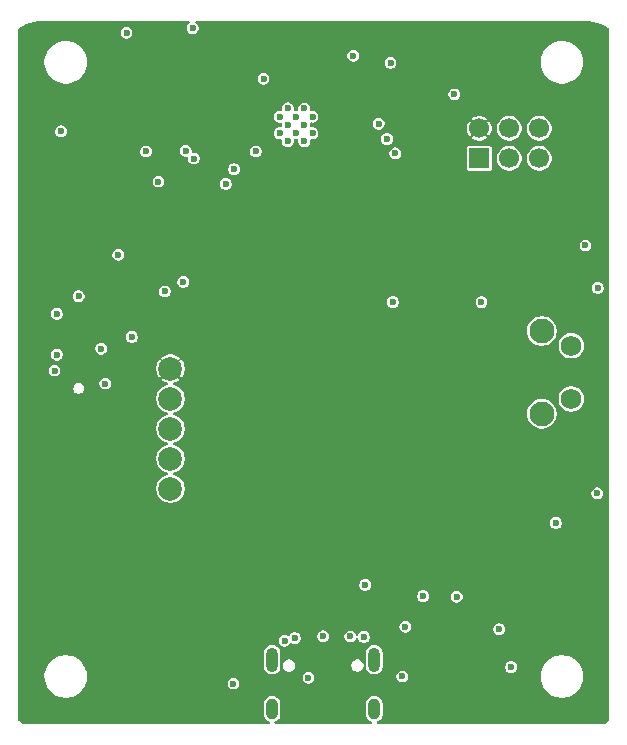
<source format=gbr>
%TF.GenerationSoftware,KiCad,Pcbnew,9.0.4*%
%TF.CreationDate,2025-09-29T13:15:33+05:30*%
%TF.ProjectId,ESP32_Project_1,45535033-325f-4507-926f-6a6563745f31,rev?*%
%TF.SameCoordinates,Original*%
%TF.FileFunction,Copper,L3,Inr*%
%TF.FilePolarity,Positive*%
%FSLAX46Y46*%
G04 Gerber Fmt 4.6, Leading zero omitted, Abs format (unit mm)*
G04 Created by KiCad (PCBNEW 9.0.4) date 2025-09-29 13:15:33*
%MOMM*%
%LPD*%
G01*
G04 APERTURE LIST*
%TA.AperFunction,ComponentPad*%
%ADD10C,2.100000*%
%TD*%
%TA.AperFunction,ComponentPad*%
%ADD11C,1.750000*%
%TD*%
%TA.AperFunction,HeatsinkPad*%
%ADD12C,0.600000*%
%TD*%
%TA.AperFunction,HeatsinkPad*%
%ADD13O,1.000000X2.100000*%
%TD*%
%TA.AperFunction,HeatsinkPad*%
%ADD14O,1.000000X1.800000*%
%TD*%
%TA.AperFunction,ComponentPad*%
%ADD15R,1.700000X1.700000*%
%TD*%
%TA.AperFunction,ComponentPad*%
%ADD16C,1.700000*%
%TD*%
%TA.AperFunction,ComponentPad*%
%ADD17C,2.000000*%
%TD*%
%TA.AperFunction,ViaPad*%
%ADD18C,0.600000*%
%TD*%
G04 APERTURE END LIST*
D10*
%TO.N,*%
%TO.C,SW3*%
X224310000Y-86750000D03*
X224310000Y-93760000D03*
D11*
%TO.N,GND*%
X226800000Y-88000000D03*
%TO.N,/USER_SW*%
X226800000Y-92500000D03*
%TD*%
D12*
%TO.N,GND*%
%TO.C,U2*%
X202100000Y-68600000D03*
X202100000Y-70000000D03*
X202800000Y-67900000D03*
X202800000Y-69300000D03*
X202800000Y-70700000D03*
X203500000Y-68600000D03*
X203500000Y-70000000D03*
X204200000Y-67900000D03*
X204200000Y-69300000D03*
X204200000Y-70700000D03*
X204900000Y-68600000D03*
X204900000Y-70000000D03*
%TD*%
D13*
%TO.N,GND*%
%TO.C,J1*%
X201480000Y-114575000D03*
D14*
X201480000Y-118755000D03*
D13*
X210120000Y-114575000D03*
D14*
X210120000Y-118755000D03*
%TD*%
D15*
%TO.N,/ESP_EN*%
%TO.C,J2*%
X219020000Y-72140000D03*
D16*
%TO.N,+3.3V*%
X219020000Y-69600000D03*
%TO.N,/ESP_TXD*%
X221560000Y-72140000D03*
%TO.N,GND*%
X221560000Y-69600000D03*
%TO.N,/ESP_RXD*%
X224100000Y-72140000D03*
%TO.N,/ESP_IO0*%
X224100000Y-69600000D03*
%TD*%
D17*
%TO.N,+3.3V*%
%TO.C,DFR_C1*%
X192870000Y-89940075D03*
%TO.N,GND*%
X192870000Y-92480075D03*
%TO.N,/C4001_RX*%
X192870000Y-95020075D03*
%TO.N,/C4001_TX*%
X192870000Y-97560075D03*
%TO.N,unconnected-(DFR_C1-OUT-Pad5)*%
X192870000Y-100100075D03*
%TD*%
D18*
%TO.N,+3.3V*%
X183600000Y-70850000D03*
X190600000Y-64750000D03*
X215100000Y-114350000D03*
X223400000Y-80700000D03*
X183550000Y-79650000D03*
X202550000Y-81000000D03*
X223000000Y-102000000D03*
X183250000Y-81850000D03*
X189000000Y-116250000D03*
X189600000Y-69400000D03*
X192650000Y-69400000D03*
%TO.N,GND*%
X229050000Y-83100000D03*
X183600000Y-69850000D03*
X202534314Y-112965686D03*
X183250000Y-85300000D03*
X205792992Y-112595552D03*
X214250000Y-109200000D03*
X194750000Y-61100000D03*
X189150000Y-61500000D03*
X185100000Y-83800000D03*
X217100000Y-109250000D03*
X209250000Y-112650000D03*
X229000000Y-100500000D03*
X228000000Y-79500000D03*
%TO.N,+5V*%
X209350000Y-108250000D03*
X198200000Y-116600000D03*
%TO.N,/ESP_EN*%
X208351000Y-63449000D03*
X225500000Y-103000000D03*
%TO.N,/USER_SW*%
X211700000Y-84300000D03*
X219200000Y-84300000D03*
%TO.N,/C4001_TX*%
X197550000Y-74300000D03*
X192400000Y-83400000D03*
%TO.N,/C4001_RX*%
X198250000Y-73050000D03*
X193950000Y-82600000D03*
%TO.N,Net-(F1-Pad1)*%
X208100000Y-112600000D03*
X203400000Y-112750000D03*
%TO.N,/CC1*%
X212750000Y-111800000D03*
X204550000Y-116100000D03*
%TO.N,/ESP_RXD*%
X216900000Y-66700000D03*
%TO.N,/SDA*%
X190800000Y-71550000D03*
X191850000Y-74100000D03*
%TO.N,/SCL*%
X200100000Y-71550000D03*
X188450000Y-80300000D03*
X194150000Y-71500000D03*
%TO.N,/MIC_SD*%
X194850000Y-72150000D03*
X187000000Y-88250000D03*
X183050000Y-90100000D03*
X183250000Y-88750000D03*
%TO.N,/MIC_SCK*%
X187350000Y-91200000D03*
X211500000Y-64050000D03*
%TO.N,/MIC_WS*%
X200750000Y-65400000D03*
X189600000Y-87250000D03*
%TO.N,/R_LED*%
X211900000Y-71700000D03*
X212500000Y-116000000D03*
%TO.N,/G_LED*%
X211200000Y-70500000D03*
X221700000Y-115200000D03*
%TO.N,/B_LED*%
X220700000Y-112000000D03*
X210500000Y-69200000D03*
%TD*%
%TA.AperFunction,Conductor*%
%TO.N,+3.3V*%
G36*
X194476082Y-60519407D02*
G01*
X194512046Y-60568907D01*
X194512046Y-60630093D01*
X194476082Y-60679593D01*
X194467397Y-60685232D01*
X194454320Y-60692782D01*
X194442687Y-60699499D01*
X194349496Y-60792690D01*
X194283609Y-60906809D01*
X194264539Y-60977978D01*
X194249500Y-61034108D01*
X194249500Y-61165892D01*
X194274089Y-61257659D01*
X194283609Y-61293190D01*
X194349496Y-61407309D01*
X194349498Y-61407311D01*
X194349500Y-61407314D01*
X194442686Y-61500500D01*
X194442688Y-61500501D01*
X194442690Y-61500503D01*
X194556810Y-61566390D01*
X194556808Y-61566390D01*
X194556812Y-61566391D01*
X194556814Y-61566392D01*
X194684108Y-61600500D01*
X194684110Y-61600500D01*
X194815890Y-61600500D01*
X194815892Y-61600500D01*
X194943186Y-61566392D01*
X194943188Y-61566390D01*
X194943190Y-61566390D01*
X195057309Y-61500503D01*
X195057309Y-61500502D01*
X195057314Y-61500500D01*
X195150500Y-61407314D01*
X195208527Y-61306809D01*
X195216390Y-61293190D01*
X195216390Y-61293188D01*
X195216392Y-61293186D01*
X195250500Y-61165892D01*
X195250500Y-61034108D01*
X195216392Y-60906814D01*
X195216390Y-60906811D01*
X195216390Y-60906809D01*
X195150503Y-60792690D01*
X195150501Y-60792688D01*
X195150500Y-60792686D01*
X195057314Y-60699500D01*
X195032608Y-60685236D01*
X194991668Y-60639767D01*
X194985272Y-60578917D01*
X195015865Y-60525929D01*
X195071760Y-60501042D01*
X195082109Y-60500500D01*
X227934108Y-60500500D01*
X227997564Y-60500500D01*
X228002421Y-60500619D01*
X228031158Y-60502030D01*
X228338173Y-60517113D01*
X228347815Y-60518063D01*
X228677915Y-60567029D01*
X228687421Y-60568919D01*
X229011144Y-60650008D01*
X229020415Y-60652820D01*
X229334625Y-60765246D01*
X229343594Y-60768961D01*
X229645263Y-60911640D01*
X229653823Y-60916216D01*
X229940042Y-61087769D01*
X229948118Y-61093165D01*
X229959972Y-61101956D01*
X229995450Y-61151805D01*
X230000000Y-61181475D01*
X230000000Y-119718525D01*
X229981093Y-119776716D01*
X229959975Y-119798041D01*
X229948120Y-119806833D01*
X229940049Y-119812226D01*
X229653826Y-119983781D01*
X229645273Y-119988354D01*
X229642413Y-119989707D01*
X229640761Y-119990488D01*
X229598420Y-120000000D01*
X210408190Y-120000000D01*
X210349999Y-119981093D01*
X210314035Y-119931593D01*
X210314035Y-119870407D01*
X210349999Y-119820907D01*
X210370305Y-119809536D01*
X210451806Y-119775777D01*
X210451805Y-119775777D01*
X210451811Y-119775775D01*
X210566542Y-119699114D01*
X210664114Y-119601542D01*
X210740775Y-119486811D01*
X210793580Y-119359328D01*
X210820500Y-119223993D01*
X210820500Y-118286007D01*
X210793580Y-118150672D01*
X210740775Y-118023189D01*
X210740774Y-118023187D01*
X210740771Y-118023182D01*
X210664114Y-117908458D01*
X210566541Y-117810885D01*
X210451817Y-117734228D01*
X210451806Y-117734222D01*
X210324328Y-117681420D01*
X210188995Y-117654500D01*
X210188993Y-117654500D01*
X210051007Y-117654500D01*
X210051004Y-117654500D01*
X209915672Y-117681420D01*
X209915670Y-117681420D01*
X209788193Y-117734222D01*
X209788182Y-117734228D01*
X209673458Y-117810885D01*
X209575885Y-117908458D01*
X209499228Y-118023182D01*
X209499222Y-118023193D01*
X209446420Y-118150670D01*
X209446420Y-118150672D01*
X209419500Y-118286004D01*
X209419500Y-119223995D01*
X209446420Y-119359327D01*
X209446420Y-119359329D01*
X209499222Y-119486806D01*
X209499228Y-119486817D01*
X209575885Y-119601541D01*
X209673458Y-119699114D01*
X209788182Y-119775771D01*
X209788193Y-119775777D01*
X209869695Y-119809536D01*
X209916221Y-119849272D01*
X209930505Y-119908767D01*
X209907090Y-119965295D01*
X209854921Y-119997265D01*
X209831810Y-120000000D01*
X201768190Y-120000000D01*
X201709999Y-119981093D01*
X201674035Y-119931593D01*
X201674035Y-119870407D01*
X201709999Y-119820907D01*
X201730305Y-119809536D01*
X201811806Y-119775777D01*
X201811805Y-119775777D01*
X201811811Y-119775775D01*
X201926542Y-119699114D01*
X202024114Y-119601542D01*
X202100775Y-119486811D01*
X202153580Y-119359328D01*
X202180500Y-119223993D01*
X202180500Y-118286007D01*
X202153580Y-118150672D01*
X202100775Y-118023189D01*
X202100774Y-118023187D01*
X202100771Y-118023182D01*
X202024114Y-117908458D01*
X201926541Y-117810885D01*
X201811817Y-117734228D01*
X201811806Y-117734222D01*
X201684328Y-117681420D01*
X201548995Y-117654500D01*
X201548993Y-117654500D01*
X201411007Y-117654500D01*
X201411004Y-117654500D01*
X201275672Y-117681420D01*
X201275670Y-117681420D01*
X201148193Y-117734222D01*
X201148182Y-117734228D01*
X201033458Y-117810885D01*
X200935885Y-117908458D01*
X200859228Y-118023182D01*
X200859222Y-118023193D01*
X200806420Y-118150670D01*
X200806420Y-118150672D01*
X200779500Y-118286004D01*
X200779500Y-119223995D01*
X200806420Y-119359327D01*
X200806420Y-119359329D01*
X200859222Y-119486806D01*
X200859228Y-119486817D01*
X200935885Y-119601541D01*
X201033458Y-119699114D01*
X201148182Y-119775771D01*
X201148193Y-119775777D01*
X201229695Y-119809536D01*
X201276221Y-119849272D01*
X201290505Y-119908767D01*
X201267090Y-119965295D01*
X201214921Y-119997265D01*
X201191810Y-120000000D01*
X180401580Y-120000000D01*
X180359245Y-119990491D01*
X180354734Y-119988357D01*
X180346173Y-119983781D01*
X180059950Y-119812226D01*
X180051874Y-119806830D01*
X180040024Y-119798041D01*
X180004549Y-119748190D01*
X180000000Y-119718525D01*
X180000000Y-115881987D01*
X182199500Y-115881987D01*
X182199500Y-116118012D01*
X182205803Y-116165890D01*
X182224421Y-116307309D01*
X182230306Y-116352006D01*
X182230306Y-116352011D01*
X182291393Y-116579992D01*
X182381713Y-116798044D01*
X182381716Y-116798049D01*
X182440577Y-116900000D01*
X182499729Y-117002453D01*
X182643402Y-117189692D01*
X182643404Y-117189694D01*
X182643408Y-117189699D01*
X182810301Y-117356592D01*
X182810305Y-117356595D01*
X182810307Y-117356597D01*
X182981546Y-117487993D01*
X182997550Y-117500273D01*
X183201951Y-117618284D01*
X183201952Y-117618284D01*
X183201955Y-117618286D01*
X183354374Y-117681420D01*
X183420007Y-117708606D01*
X183647986Y-117769693D01*
X183881989Y-117800500D01*
X183881990Y-117800500D01*
X184118010Y-117800500D01*
X184118011Y-117800500D01*
X184352014Y-117769693D01*
X184579993Y-117708606D01*
X184798049Y-117618284D01*
X185002450Y-117500273D01*
X185189699Y-117356592D01*
X185356592Y-117189699D01*
X185500273Y-117002450D01*
X185618284Y-116798049D01*
X185708606Y-116579993D01*
X185720901Y-116534108D01*
X197699500Y-116534108D01*
X197699500Y-116665892D01*
X197710465Y-116706814D01*
X197733609Y-116793190D01*
X197799496Y-116907309D01*
X197799498Y-116907311D01*
X197799500Y-116907314D01*
X197892686Y-117000500D01*
X197892688Y-117000501D01*
X197892690Y-117000503D01*
X198006810Y-117066390D01*
X198006808Y-117066390D01*
X198006812Y-117066391D01*
X198006814Y-117066392D01*
X198134108Y-117100500D01*
X198134110Y-117100500D01*
X198265890Y-117100500D01*
X198265892Y-117100500D01*
X198393186Y-117066392D01*
X198393188Y-117066390D01*
X198393190Y-117066390D01*
X198507309Y-117000503D01*
X198507309Y-117000502D01*
X198507314Y-117000500D01*
X198600500Y-116907314D01*
X198642766Y-116834108D01*
X198666390Y-116793190D01*
X198666390Y-116793188D01*
X198666392Y-116793186D01*
X198700500Y-116665892D01*
X198700500Y-116534108D01*
X198666392Y-116406814D01*
X198666390Y-116406811D01*
X198666390Y-116406809D01*
X198600503Y-116292690D01*
X198600501Y-116292688D01*
X198600500Y-116292686D01*
X198507314Y-116199500D01*
X198507311Y-116199498D01*
X198507309Y-116199496D01*
X198393189Y-116133609D01*
X198393191Y-116133609D01*
X198378722Y-116129732D01*
X198265892Y-116099500D01*
X198134108Y-116099500D01*
X198065020Y-116118012D01*
X198006809Y-116133609D01*
X197892690Y-116199496D01*
X197799496Y-116292690D01*
X197733609Y-116406809D01*
X197717645Y-116466390D01*
X197699500Y-116534108D01*
X185720901Y-116534108D01*
X185769693Y-116352014D01*
X185800500Y-116118011D01*
X185800500Y-116034108D01*
X204049500Y-116034108D01*
X204049500Y-116165892D01*
X204079579Y-116278151D01*
X204083609Y-116293190D01*
X204149496Y-116407309D01*
X204149498Y-116407311D01*
X204149500Y-116407314D01*
X204242686Y-116500500D01*
X204242688Y-116500501D01*
X204242690Y-116500503D01*
X204356810Y-116566390D01*
X204356808Y-116566390D01*
X204356812Y-116566391D01*
X204356814Y-116566392D01*
X204484108Y-116600500D01*
X204484110Y-116600500D01*
X204615890Y-116600500D01*
X204615892Y-116600500D01*
X204743186Y-116566392D01*
X204743188Y-116566390D01*
X204743190Y-116566390D01*
X204857309Y-116500503D01*
X204857309Y-116500502D01*
X204857314Y-116500500D01*
X204950500Y-116407314D01*
X204954434Y-116400500D01*
X205016390Y-116293190D01*
X205016390Y-116293188D01*
X205016392Y-116293186D01*
X205050500Y-116165892D01*
X205050500Y-116034108D01*
X205023705Y-115934108D01*
X211999500Y-115934108D01*
X211999500Y-116065892D01*
X212014868Y-116123246D01*
X212033609Y-116193190D01*
X212099496Y-116307309D01*
X212099498Y-116307311D01*
X212099500Y-116307314D01*
X212192686Y-116400500D01*
X212192688Y-116400501D01*
X212192690Y-116400503D01*
X212306810Y-116466390D01*
X212306808Y-116466390D01*
X212306812Y-116466391D01*
X212306814Y-116466392D01*
X212434108Y-116500500D01*
X212434110Y-116500500D01*
X212565890Y-116500500D01*
X212565892Y-116500500D01*
X212693186Y-116466392D01*
X212693188Y-116466390D01*
X212693190Y-116466390D01*
X212807309Y-116400503D01*
X212807309Y-116400502D01*
X212807314Y-116400500D01*
X212900500Y-116307314D01*
X212966392Y-116193186D01*
X213000500Y-116065892D01*
X213000500Y-115934108D01*
X212986534Y-115881987D01*
X224199500Y-115881987D01*
X224199500Y-116118012D01*
X224205803Y-116165890D01*
X224224421Y-116307309D01*
X224230306Y-116352006D01*
X224230306Y-116352011D01*
X224291393Y-116579992D01*
X224381713Y-116798044D01*
X224381716Y-116798049D01*
X224440577Y-116900000D01*
X224499729Y-117002453D01*
X224643402Y-117189692D01*
X224643404Y-117189694D01*
X224643408Y-117189699D01*
X224810301Y-117356592D01*
X224810305Y-117356595D01*
X224810307Y-117356597D01*
X224981546Y-117487993D01*
X224997550Y-117500273D01*
X225201951Y-117618284D01*
X225201952Y-117618284D01*
X225201955Y-117618286D01*
X225354374Y-117681420D01*
X225420007Y-117708606D01*
X225647986Y-117769693D01*
X225881989Y-117800500D01*
X225881990Y-117800500D01*
X226118010Y-117800500D01*
X226118011Y-117800500D01*
X226352014Y-117769693D01*
X226579993Y-117708606D01*
X226798049Y-117618284D01*
X227002450Y-117500273D01*
X227189699Y-117356592D01*
X227356592Y-117189699D01*
X227500273Y-117002450D01*
X227618284Y-116798049D01*
X227708606Y-116579993D01*
X227769693Y-116352014D01*
X227800500Y-116118011D01*
X227800500Y-115881989D01*
X227769693Y-115647986D01*
X227708606Y-115420007D01*
X227671046Y-115329329D01*
X227618286Y-115201955D01*
X227618284Y-115201951D01*
X227500273Y-114997550D01*
X227356592Y-114810301D01*
X227189699Y-114643408D01*
X227189694Y-114643404D01*
X227189692Y-114643402D01*
X227002453Y-114499729D01*
X226798044Y-114381713D01*
X226579992Y-114291393D01*
X226424277Y-114249670D01*
X226352014Y-114230307D01*
X226352011Y-114230306D01*
X226352009Y-114230306D01*
X226118012Y-114199500D01*
X226118011Y-114199500D01*
X225881989Y-114199500D01*
X225881987Y-114199500D01*
X225647993Y-114230306D01*
X225647988Y-114230306D01*
X225420007Y-114291393D01*
X225201955Y-114381713D01*
X224997546Y-114499729D01*
X224810307Y-114643402D01*
X224643402Y-114810307D01*
X224499729Y-114997546D01*
X224381713Y-115201955D01*
X224291393Y-115420007D01*
X224230306Y-115647988D01*
X224230306Y-115647993D01*
X224199500Y-115881987D01*
X212986534Y-115881987D01*
X212966392Y-115806814D01*
X212966390Y-115806811D01*
X212966390Y-115806809D01*
X212900503Y-115692690D01*
X212900501Y-115692688D01*
X212900500Y-115692686D01*
X212807314Y-115599500D01*
X212807311Y-115599498D01*
X212807309Y-115599496D01*
X212693189Y-115533609D01*
X212693191Y-115533609D01*
X212643799Y-115520375D01*
X212565892Y-115499500D01*
X212434108Y-115499500D01*
X212356200Y-115520375D01*
X212306809Y-115533609D01*
X212192690Y-115599496D01*
X212099496Y-115692690D01*
X212033609Y-115806809D01*
X212033608Y-115806814D01*
X211999500Y-115934108D01*
X205023705Y-115934108D01*
X205016392Y-115906814D01*
X205016390Y-115906811D01*
X205016390Y-115906809D01*
X204950503Y-115792690D01*
X204950501Y-115792688D01*
X204950500Y-115792686D01*
X204857314Y-115699500D01*
X204857311Y-115699498D01*
X204857309Y-115699496D01*
X204743189Y-115633609D01*
X204743191Y-115633609D01*
X204693799Y-115620375D01*
X204615892Y-115599500D01*
X204484108Y-115599500D01*
X204406200Y-115620375D01*
X204356809Y-115633609D01*
X204242690Y-115699496D01*
X204149496Y-115792690D01*
X204083609Y-115906809D01*
X204076294Y-115934109D01*
X204049500Y-116034108D01*
X185800500Y-116034108D01*
X185800500Y-115881989D01*
X185769693Y-115647986D01*
X185708606Y-115420007D01*
X185671046Y-115329329D01*
X185618286Y-115201955D01*
X185618284Y-115201951D01*
X185500273Y-114997550D01*
X185356592Y-114810301D01*
X185189699Y-114643408D01*
X185189694Y-114643404D01*
X185189692Y-114643402D01*
X185002453Y-114499729D01*
X184798044Y-114381713D01*
X184579992Y-114291393D01*
X184424277Y-114249670D01*
X184352014Y-114230307D01*
X184352011Y-114230306D01*
X184352009Y-114230306D01*
X184118012Y-114199500D01*
X184118011Y-114199500D01*
X183881989Y-114199500D01*
X183881987Y-114199500D01*
X183647993Y-114230306D01*
X183647988Y-114230306D01*
X183420007Y-114291393D01*
X183201955Y-114381713D01*
X182997546Y-114499729D01*
X182810307Y-114643402D01*
X182643402Y-114810307D01*
X182499729Y-114997546D01*
X182381713Y-115201955D01*
X182291393Y-115420007D01*
X182230306Y-115647988D01*
X182230306Y-115647993D01*
X182199500Y-115881987D01*
X180000000Y-115881987D01*
X180000000Y-113956004D01*
X200779500Y-113956004D01*
X200779500Y-115193995D01*
X200806420Y-115329327D01*
X200806420Y-115329329D01*
X200859222Y-115456806D01*
X200859228Y-115456817D01*
X200935885Y-115571541D01*
X201033458Y-115669114D01*
X201148182Y-115745771D01*
X201148193Y-115745777D01*
X201195283Y-115765282D01*
X201275672Y-115798580D01*
X201411007Y-115825500D01*
X201411008Y-115825500D01*
X201548992Y-115825500D01*
X201548993Y-115825500D01*
X201684328Y-115798580D01*
X201811811Y-115745775D01*
X201926542Y-115669114D01*
X202024114Y-115571542D01*
X202100775Y-115456811D01*
X202153580Y-115329328D01*
X202180500Y-115193993D01*
X202180500Y-115005817D01*
X202384500Y-115005817D01*
X202384500Y-115144183D01*
X202420312Y-115277836D01*
X202489495Y-115397665D01*
X202587335Y-115495505D01*
X202707164Y-115564688D01*
X202840817Y-115600500D01*
X202840819Y-115600500D01*
X202979181Y-115600500D01*
X202979183Y-115600500D01*
X203112836Y-115564688D01*
X203232665Y-115495505D01*
X203330505Y-115397665D01*
X203399688Y-115277836D01*
X203435500Y-115144183D01*
X203435500Y-115005817D01*
X208164500Y-115005817D01*
X208164500Y-115144183D01*
X208200312Y-115277836D01*
X208269495Y-115397665D01*
X208367335Y-115495505D01*
X208487164Y-115564688D01*
X208620817Y-115600500D01*
X208620819Y-115600500D01*
X208759181Y-115600500D01*
X208759183Y-115600500D01*
X208892836Y-115564688D01*
X209012665Y-115495505D01*
X209110505Y-115397665D01*
X209179688Y-115277836D01*
X209215500Y-115144183D01*
X209215500Y-115005817D01*
X209179688Y-114872164D01*
X209110505Y-114752335D01*
X209012665Y-114654495D01*
X208892836Y-114585312D01*
X208759183Y-114549500D01*
X208620817Y-114549500D01*
X208487164Y-114585312D01*
X208367335Y-114654495D01*
X208269495Y-114752335D01*
X208200312Y-114872164D01*
X208164500Y-115005817D01*
X203435500Y-115005817D01*
X203399688Y-114872164D01*
X203330505Y-114752335D01*
X203232665Y-114654495D01*
X203112836Y-114585312D01*
X202979183Y-114549500D01*
X202840817Y-114549500D01*
X202707164Y-114585312D01*
X202587335Y-114654495D01*
X202489495Y-114752335D01*
X202420312Y-114872164D01*
X202384500Y-115005817D01*
X202180500Y-115005817D01*
X202180500Y-113956007D01*
X202180499Y-113956004D01*
X209419500Y-113956004D01*
X209419500Y-115193995D01*
X209446420Y-115329327D01*
X209446420Y-115329329D01*
X209499222Y-115456806D01*
X209499228Y-115456817D01*
X209575885Y-115571541D01*
X209673458Y-115669114D01*
X209788182Y-115745771D01*
X209788193Y-115745777D01*
X209835283Y-115765282D01*
X209915672Y-115798580D01*
X210051007Y-115825500D01*
X210051008Y-115825500D01*
X210188992Y-115825500D01*
X210188993Y-115825500D01*
X210324328Y-115798580D01*
X210451811Y-115745775D01*
X210566542Y-115669114D01*
X210664114Y-115571542D01*
X210740775Y-115456811D01*
X210793580Y-115329328D01*
X210820500Y-115193993D01*
X210820500Y-115134108D01*
X221199500Y-115134108D01*
X221199500Y-115265892D01*
X221216498Y-115329329D01*
X221233609Y-115393190D01*
X221299496Y-115507309D01*
X221299498Y-115507311D01*
X221299500Y-115507314D01*
X221392686Y-115600500D01*
X221392688Y-115600501D01*
X221392690Y-115600503D01*
X221506810Y-115666390D01*
X221506808Y-115666390D01*
X221506812Y-115666391D01*
X221506814Y-115666392D01*
X221634108Y-115700500D01*
X221634110Y-115700500D01*
X221765890Y-115700500D01*
X221765892Y-115700500D01*
X221893186Y-115666392D01*
X221893188Y-115666390D01*
X221893190Y-115666390D01*
X222007309Y-115600503D01*
X222007309Y-115600502D01*
X222007314Y-115600500D01*
X222100500Y-115507314D01*
X222100503Y-115507309D01*
X222166390Y-115393190D01*
X222166390Y-115393188D01*
X222166392Y-115393186D01*
X222200500Y-115265892D01*
X222200500Y-115134108D01*
X222166392Y-115006814D01*
X222166390Y-115006811D01*
X222166390Y-115006809D01*
X222100503Y-114892690D01*
X222100501Y-114892688D01*
X222100500Y-114892686D01*
X222007314Y-114799500D01*
X222007311Y-114799498D01*
X222007309Y-114799496D01*
X221893189Y-114733609D01*
X221893191Y-114733609D01*
X221843799Y-114720375D01*
X221765892Y-114699500D01*
X221634108Y-114699500D01*
X221556200Y-114720375D01*
X221506809Y-114733609D01*
X221392690Y-114799496D01*
X221299496Y-114892690D01*
X221233609Y-115006809D01*
X221233608Y-115006814D01*
X221199500Y-115134108D01*
X210820500Y-115134108D01*
X210820500Y-113956007D01*
X210793580Y-113820672D01*
X210740775Y-113693189D01*
X210740774Y-113693187D01*
X210740771Y-113693182D01*
X210664114Y-113578458D01*
X210566541Y-113480885D01*
X210451817Y-113404228D01*
X210451806Y-113404222D01*
X210324328Y-113351420D01*
X210188995Y-113324500D01*
X210188993Y-113324500D01*
X210051007Y-113324500D01*
X210051004Y-113324500D01*
X209915672Y-113351420D01*
X209915670Y-113351420D01*
X209788193Y-113404222D01*
X209788182Y-113404228D01*
X209673458Y-113480885D01*
X209575885Y-113578458D01*
X209499228Y-113693182D01*
X209499222Y-113693193D01*
X209446420Y-113820670D01*
X209446420Y-113820672D01*
X209419500Y-113956004D01*
X202180499Y-113956004D01*
X202153580Y-113820672D01*
X202100775Y-113693189D01*
X202100774Y-113693187D01*
X202100771Y-113693182D01*
X202024114Y-113578458D01*
X201926541Y-113480885D01*
X201811817Y-113404228D01*
X201811806Y-113404222D01*
X201684328Y-113351420D01*
X201548995Y-113324500D01*
X201548993Y-113324500D01*
X201411007Y-113324500D01*
X201411004Y-113324500D01*
X201275672Y-113351420D01*
X201275670Y-113351420D01*
X201148193Y-113404222D01*
X201148182Y-113404228D01*
X201033458Y-113480885D01*
X200935885Y-113578458D01*
X200859228Y-113693182D01*
X200859222Y-113693193D01*
X200806420Y-113820670D01*
X200806420Y-113820672D01*
X200779500Y-113956004D01*
X180000000Y-113956004D01*
X180000000Y-112899794D01*
X202033814Y-112899794D01*
X202033814Y-113031578D01*
X202056539Y-113116390D01*
X202067923Y-113158876D01*
X202133810Y-113272995D01*
X202133812Y-113272997D01*
X202133814Y-113273000D01*
X202227000Y-113366186D01*
X202227002Y-113366187D01*
X202227004Y-113366189D01*
X202341124Y-113432076D01*
X202341122Y-113432076D01*
X202341126Y-113432077D01*
X202341128Y-113432078D01*
X202468422Y-113466186D01*
X202468424Y-113466186D01*
X202600204Y-113466186D01*
X202600206Y-113466186D01*
X202727500Y-113432078D01*
X202727502Y-113432076D01*
X202727504Y-113432076D01*
X202841623Y-113366189D01*
X202841623Y-113366188D01*
X202841628Y-113366186D01*
X202934814Y-113273000D01*
X202977826Y-113198500D01*
X203023294Y-113157560D01*
X203084145Y-113151164D01*
X203113062Y-113162265D01*
X203206810Y-113216390D01*
X203206808Y-113216390D01*
X203206812Y-113216391D01*
X203206814Y-113216392D01*
X203334108Y-113250500D01*
X203334110Y-113250500D01*
X203465890Y-113250500D01*
X203465892Y-113250500D01*
X203593186Y-113216392D01*
X203593188Y-113216390D01*
X203593190Y-113216390D01*
X203707309Y-113150503D01*
X203707309Y-113150502D01*
X203707314Y-113150500D01*
X203800500Y-113057314D01*
X203866392Y-112943186D01*
X203900500Y-112815892D01*
X203900500Y-112684108D01*
X203866392Y-112556814D01*
X203866390Y-112556811D01*
X203866390Y-112556809D01*
X203850715Y-112529660D01*
X205292492Y-112529660D01*
X205292492Y-112661444D01*
X205293684Y-112665892D01*
X205326601Y-112788742D01*
X205392488Y-112902861D01*
X205392490Y-112902863D01*
X205392492Y-112902866D01*
X205485678Y-112996052D01*
X205485680Y-112996053D01*
X205485682Y-112996055D01*
X205599802Y-113061942D01*
X205599800Y-113061942D01*
X205599804Y-113061943D01*
X205599806Y-113061944D01*
X205727100Y-113096052D01*
X205727102Y-113096052D01*
X205858882Y-113096052D01*
X205858884Y-113096052D01*
X205986178Y-113061944D01*
X205986180Y-113061942D01*
X205986182Y-113061942D01*
X206100301Y-112996055D01*
X206100301Y-112996054D01*
X206100306Y-112996052D01*
X206193492Y-112902866D01*
X206227946Y-112843190D01*
X206259382Y-112788742D01*
X206259382Y-112788740D01*
X206259384Y-112788738D01*
X206293492Y-112661444D01*
X206293492Y-112534108D01*
X207599500Y-112534108D01*
X207599500Y-112665892D01*
X207613576Y-112718424D01*
X207633609Y-112793190D01*
X207699496Y-112907309D01*
X207699498Y-112907311D01*
X207699500Y-112907314D01*
X207792686Y-113000500D01*
X207792688Y-113000501D01*
X207792690Y-113000503D01*
X207906810Y-113066390D01*
X207906808Y-113066390D01*
X207906812Y-113066391D01*
X207906814Y-113066392D01*
X208034108Y-113100500D01*
X208034110Y-113100500D01*
X208165890Y-113100500D01*
X208165892Y-113100500D01*
X208293186Y-113066392D01*
X208293188Y-113066390D01*
X208293190Y-113066390D01*
X208407309Y-113000503D01*
X208407309Y-113000502D01*
X208407314Y-113000500D01*
X208500500Y-112907314D01*
X208566392Y-112793186D01*
X208572674Y-112769737D01*
X208605997Y-112718424D01*
X208663118Y-112696496D01*
X208722219Y-112712331D01*
X208760725Y-112759880D01*
X208763925Y-112769729D01*
X208770212Y-112793190D01*
X208783609Y-112843190D01*
X208849496Y-112957309D01*
X208849498Y-112957311D01*
X208849500Y-112957314D01*
X208942686Y-113050500D01*
X208942688Y-113050501D01*
X208942690Y-113050503D01*
X209056810Y-113116390D01*
X209056808Y-113116390D01*
X209056812Y-113116391D01*
X209056814Y-113116392D01*
X209184108Y-113150500D01*
X209184110Y-113150500D01*
X209315890Y-113150500D01*
X209315892Y-113150500D01*
X209443186Y-113116392D01*
X209443188Y-113116390D01*
X209443190Y-113116390D01*
X209557309Y-113050503D01*
X209557309Y-113050502D01*
X209557314Y-113050500D01*
X209650500Y-112957314D01*
X209679368Y-112907314D01*
X209716390Y-112843190D01*
X209716390Y-112843188D01*
X209716392Y-112843186D01*
X209750500Y-112715892D01*
X209750500Y-112584108D01*
X209716392Y-112456814D01*
X209716390Y-112456810D01*
X209716390Y-112456809D01*
X209650503Y-112342690D01*
X209650501Y-112342688D01*
X209650500Y-112342686D01*
X209557314Y-112249500D01*
X209557311Y-112249498D01*
X209557309Y-112249496D01*
X209443189Y-112183609D01*
X209443191Y-112183609D01*
X209393799Y-112170375D01*
X209315892Y-112149500D01*
X209184108Y-112149500D01*
X209106200Y-112170375D01*
X209056809Y-112183609D01*
X208942690Y-112249496D01*
X208849496Y-112342690D01*
X208783609Y-112456810D01*
X208783608Y-112456813D01*
X208777324Y-112480264D01*
X208743999Y-112531578D01*
X208686877Y-112553503D01*
X208627777Y-112537666D01*
X208589273Y-112490116D01*
X208586076Y-112480276D01*
X208566392Y-112406814D01*
X208563821Y-112402361D01*
X208500503Y-112292690D01*
X208500501Y-112292688D01*
X208500500Y-112292686D01*
X208407314Y-112199500D01*
X208407311Y-112199498D01*
X208407309Y-112199496D01*
X208293189Y-112133609D01*
X208293191Y-112133609D01*
X208243799Y-112120375D01*
X208165892Y-112099500D01*
X208034108Y-112099500D01*
X207956200Y-112120375D01*
X207906809Y-112133609D01*
X207792690Y-112199496D01*
X207699496Y-112292690D01*
X207633609Y-112406809D01*
X207633608Y-112406814D01*
X207599500Y-112534108D01*
X206293492Y-112534108D01*
X206293492Y-112529660D01*
X206259384Y-112402366D01*
X206259382Y-112402363D01*
X206259382Y-112402361D01*
X206193495Y-112288242D01*
X206193493Y-112288240D01*
X206193492Y-112288238D01*
X206100306Y-112195052D01*
X206100303Y-112195050D01*
X206100301Y-112195048D01*
X205986181Y-112129161D01*
X205986183Y-112129161D01*
X205936791Y-112115927D01*
X205858884Y-112095052D01*
X205727100Y-112095052D01*
X205649192Y-112115927D01*
X205599801Y-112129161D01*
X205485682Y-112195048D01*
X205392488Y-112288242D01*
X205326601Y-112402361D01*
X205325409Y-112406810D01*
X205292492Y-112529660D01*
X203850715Y-112529660D01*
X203800503Y-112442690D01*
X203800501Y-112442688D01*
X203800500Y-112442686D01*
X203707314Y-112349500D01*
X203707311Y-112349498D01*
X203707309Y-112349496D01*
X203593189Y-112283609D01*
X203593191Y-112283609D01*
X203528927Y-112266390D01*
X203465892Y-112249500D01*
X203334108Y-112249500D01*
X203271073Y-112266390D01*
X203206809Y-112283609D01*
X203092690Y-112349496D01*
X202999498Y-112442688D01*
X202956487Y-112517185D01*
X202911017Y-112558125D01*
X202850167Y-112564520D01*
X202821251Y-112553421D01*
X202727501Y-112499294D01*
X202656467Y-112480261D01*
X202600206Y-112465186D01*
X202468422Y-112465186D01*
X202412161Y-112480261D01*
X202341123Y-112499295D01*
X202227004Y-112565182D01*
X202133810Y-112658376D01*
X202067923Y-112772495D01*
X202062378Y-112793189D01*
X202033814Y-112899794D01*
X180000000Y-112899794D01*
X180000000Y-111734108D01*
X212249500Y-111734108D01*
X212249500Y-111865892D01*
X212259174Y-111901995D01*
X212283609Y-111993190D01*
X212349496Y-112107309D01*
X212349498Y-112107311D01*
X212349500Y-112107314D01*
X212442686Y-112200500D01*
X212442688Y-112200501D01*
X212442690Y-112200503D01*
X212556810Y-112266390D01*
X212556808Y-112266390D01*
X212556812Y-112266391D01*
X212556814Y-112266392D01*
X212684108Y-112300500D01*
X212684110Y-112300500D01*
X212815890Y-112300500D01*
X212815892Y-112300500D01*
X212943186Y-112266392D01*
X212943188Y-112266390D01*
X212943190Y-112266390D01*
X213057309Y-112200503D01*
X213057309Y-112200502D01*
X213057314Y-112200500D01*
X213150500Y-112107314D01*
X213150503Y-112107309D01*
X213216390Y-111993190D01*
X213216390Y-111993188D01*
X213216392Y-111993186D01*
X213232222Y-111934108D01*
X220199500Y-111934108D01*
X220199500Y-112065892D01*
X220229579Y-112178151D01*
X220233609Y-112193190D01*
X220299496Y-112307309D01*
X220299498Y-112307311D01*
X220299500Y-112307314D01*
X220392686Y-112400500D01*
X220392688Y-112400501D01*
X220392690Y-112400503D01*
X220506810Y-112466390D01*
X220506808Y-112466390D01*
X220506812Y-112466391D01*
X220506814Y-112466392D01*
X220634108Y-112500500D01*
X220634110Y-112500500D01*
X220765890Y-112500500D01*
X220765892Y-112500500D01*
X220893186Y-112466392D01*
X220893188Y-112466390D01*
X220893190Y-112466390D01*
X221007309Y-112400503D01*
X221007309Y-112400502D01*
X221007314Y-112400500D01*
X221100500Y-112307314D01*
X221114187Y-112283608D01*
X221166390Y-112193190D01*
X221166390Y-112193188D01*
X221166392Y-112193186D01*
X221200500Y-112065892D01*
X221200500Y-111934108D01*
X221166392Y-111806814D01*
X221166390Y-111806811D01*
X221166390Y-111806809D01*
X221100503Y-111692690D01*
X221100501Y-111692688D01*
X221100500Y-111692686D01*
X221007314Y-111599500D01*
X221007311Y-111599498D01*
X221007309Y-111599496D01*
X220893189Y-111533609D01*
X220893191Y-111533609D01*
X220843799Y-111520375D01*
X220765892Y-111499500D01*
X220634108Y-111499500D01*
X220556200Y-111520375D01*
X220506809Y-111533609D01*
X220392690Y-111599496D01*
X220299496Y-111692690D01*
X220233609Y-111806809D01*
X220217778Y-111865892D01*
X220199500Y-111934108D01*
X213232222Y-111934108D01*
X213250500Y-111865892D01*
X213250500Y-111734108D01*
X213216392Y-111606814D01*
X213216390Y-111606811D01*
X213216390Y-111606809D01*
X213150503Y-111492690D01*
X213150501Y-111492688D01*
X213150500Y-111492686D01*
X213057314Y-111399500D01*
X213057311Y-111399498D01*
X213057309Y-111399496D01*
X212943189Y-111333609D01*
X212943191Y-111333609D01*
X212893799Y-111320375D01*
X212815892Y-111299500D01*
X212684108Y-111299500D01*
X212606200Y-111320375D01*
X212556809Y-111333609D01*
X212442690Y-111399496D01*
X212349496Y-111492690D01*
X212283609Y-111606809D01*
X212283608Y-111606814D01*
X212249500Y-111734108D01*
X180000000Y-111734108D01*
X180000000Y-109134108D01*
X213749500Y-109134108D01*
X213749500Y-109265892D01*
X213779579Y-109378151D01*
X213783609Y-109393190D01*
X213849496Y-109507309D01*
X213849498Y-109507311D01*
X213849500Y-109507314D01*
X213942686Y-109600500D01*
X213942688Y-109600501D01*
X213942690Y-109600503D01*
X214056810Y-109666390D01*
X214056808Y-109666390D01*
X214056812Y-109666391D01*
X214056814Y-109666392D01*
X214184108Y-109700500D01*
X214184110Y-109700500D01*
X214315890Y-109700500D01*
X214315892Y-109700500D01*
X214443186Y-109666392D01*
X214443188Y-109666390D01*
X214443190Y-109666390D01*
X214557309Y-109600503D01*
X214557309Y-109600502D01*
X214557314Y-109600500D01*
X214650500Y-109507314D01*
X214687522Y-109443190D01*
X214716390Y-109393190D01*
X214716390Y-109393188D01*
X214716392Y-109393186D01*
X214750500Y-109265892D01*
X214750500Y-109184108D01*
X216599500Y-109184108D01*
X216599500Y-109315892D01*
X216620211Y-109393186D01*
X216633609Y-109443190D01*
X216699496Y-109557309D01*
X216699498Y-109557311D01*
X216699500Y-109557314D01*
X216792686Y-109650500D01*
X216792688Y-109650501D01*
X216792690Y-109650503D01*
X216906810Y-109716390D01*
X216906808Y-109716390D01*
X216906812Y-109716391D01*
X216906814Y-109716392D01*
X217034108Y-109750500D01*
X217034110Y-109750500D01*
X217165890Y-109750500D01*
X217165892Y-109750500D01*
X217293186Y-109716392D01*
X217293188Y-109716390D01*
X217293190Y-109716390D01*
X217407309Y-109650503D01*
X217407309Y-109650502D01*
X217407314Y-109650500D01*
X217500500Y-109557314D01*
X217529368Y-109507314D01*
X217566390Y-109443190D01*
X217566390Y-109443188D01*
X217566392Y-109443186D01*
X217600500Y-109315892D01*
X217600500Y-109184108D01*
X217566392Y-109056814D01*
X217566390Y-109056811D01*
X217566390Y-109056809D01*
X217500503Y-108942690D01*
X217500501Y-108942688D01*
X217500500Y-108942686D01*
X217407314Y-108849500D01*
X217407311Y-108849498D01*
X217407309Y-108849496D01*
X217293189Y-108783609D01*
X217293191Y-108783609D01*
X217243799Y-108770375D01*
X217165892Y-108749500D01*
X217034108Y-108749500D01*
X216956200Y-108770375D01*
X216906809Y-108783609D01*
X216792690Y-108849496D01*
X216699496Y-108942690D01*
X216633609Y-109056809D01*
X216633608Y-109056814D01*
X216599500Y-109184108D01*
X214750500Y-109184108D01*
X214750500Y-109134108D01*
X214716392Y-109006814D01*
X214716390Y-109006811D01*
X214716390Y-109006809D01*
X214650503Y-108892690D01*
X214650501Y-108892688D01*
X214650500Y-108892686D01*
X214557314Y-108799500D01*
X214557311Y-108799498D01*
X214557309Y-108799496D01*
X214443189Y-108733609D01*
X214443191Y-108733609D01*
X214378927Y-108716390D01*
X214315892Y-108699500D01*
X214184108Y-108699500D01*
X214121073Y-108716390D01*
X214056809Y-108733609D01*
X213942690Y-108799496D01*
X213849496Y-108892690D01*
X213783609Y-109006809D01*
X213783608Y-109006814D01*
X213749500Y-109134108D01*
X180000000Y-109134108D01*
X180000000Y-108184108D01*
X208849500Y-108184108D01*
X208849500Y-108315892D01*
X208879579Y-108428151D01*
X208883609Y-108443190D01*
X208949496Y-108557309D01*
X208949498Y-108557311D01*
X208949500Y-108557314D01*
X209042686Y-108650500D01*
X209042688Y-108650501D01*
X209042690Y-108650503D01*
X209156810Y-108716390D01*
X209156808Y-108716390D01*
X209156812Y-108716391D01*
X209156814Y-108716392D01*
X209284108Y-108750500D01*
X209284110Y-108750500D01*
X209415890Y-108750500D01*
X209415892Y-108750500D01*
X209543186Y-108716392D01*
X209543188Y-108716390D01*
X209543190Y-108716390D01*
X209657309Y-108650503D01*
X209657309Y-108650502D01*
X209657314Y-108650500D01*
X209750500Y-108557314D01*
X209816392Y-108443186D01*
X209850500Y-108315892D01*
X209850500Y-108184108D01*
X209816392Y-108056814D01*
X209816390Y-108056811D01*
X209816390Y-108056809D01*
X209750503Y-107942690D01*
X209750501Y-107942688D01*
X209750500Y-107942686D01*
X209657314Y-107849500D01*
X209657311Y-107849498D01*
X209657309Y-107849496D01*
X209543189Y-107783609D01*
X209543191Y-107783609D01*
X209493799Y-107770375D01*
X209415892Y-107749500D01*
X209284108Y-107749500D01*
X209206200Y-107770375D01*
X209156809Y-107783609D01*
X209042690Y-107849496D01*
X208949496Y-107942690D01*
X208883609Y-108056809D01*
X208883608Y-108056814D01*
X208849500Y-108184108D01*
X180000000Y-108184108D01*
X180000000Y-102934108D01*
X224999500Y-102934108D01*
X224999500Y-103065892D01*
X225029579Y-103178151D01*
X225033609Y-103193190D01*
X225099496Y-103307309D01*
X225099498Y-103307311D01*
X225099500Y-103307314D01*
X225192686Y-103400500D01*
X225192688Y-103400501D01*
X225192690Y-103400503D01*
X225306810Y-103466390D01*
X225306808Y-103466390D01*
X225306812Y-103466391D01*
X225306814Y-103466392D01*
X225434108Y-103500500D01*
X225434110Y-103500500D01*
X225565890Y-103500500D01*
X225565892Y-103500500D01*
X225693186Y-103466392D01*
X225693188Y-103466390D01*
X225693190Y-103466390D01*
X225807309Y-103400503D01*
X225807309Y-103400502D01*
X225807314Y-103400500D01*
X225900500Y-103307314D01*
X225966392Y-103193186D01*
X226000500Y-103065892D01*
X226000500Y-102934108D01*
X225966392Y-102806814D01*
X225966390Y-102806811D01*
X225966390Y-102806809D01*
X225900503Y-102692690D01*
X225900501Y-102692688D01*
X225900500Y-102692686D01*
X225807314Y-102599500D01*
X225807311Y-102599498D01*
X225807309Y-102599496D01*
X225693189Y-102533609D01*
X225693191Y-102533609D01*
X225643799Y-102520375D01*
X225565892Y-102499500D01*
X225434108Y-102499500D01*
X225356200Y-102520375D01*
X225306809Y-102533609D01*
X225192690Y-102599496D01*
X225099496Y-102692690D01*
X225033609Y-102806809D01*
X225033608Y-102806814D01*
X224999500Y-102934108D01*
X180000000Y-102934108D01*
X180000000Y-92385590D01*
X191669500Y-92385590D01*
X191669500Y-92574559D01*
X191699058Y-92761188D01*
X191757453Y-92940907D01*
X191840856Y-93104597D01*
X191843240Y-93109274D01*
X191954310Y-93262148D01*
X192087927Y-93395765D01*
X192240801Y-93506835D01*
X192409168Y-93592622D01*
X192588882Y-93651015D01*
X192588883Y-93651015D01*
X192588886Y-93651016D01*
X192596954Y-93652294D01*
X192651471Y-93680071D01*
X192679248Y-93734588D01*
X192669677Y-93795020D01*
X192626412Y-93838285D01*
X192596954Y-93847856D01*
X192588886Y-93849133D01*
X192409167Y-93907528D01*
X192240803Y-93993313D01*
X192087928Y-94104384D01*
X191954309Y-94238003D01*
X191843238Y-94390878D01*
X191757453Y-94559242D01*
X191699058Y-94738961D01*
X191669500Y-94925590D01*
X191669500Y-95114559D01*
X191699058Y-95301188D01*
X191699060Y-95301193D01*
X191757453Y-95480907D01*
X191843240Y-95649274D01*
X191954310Y-95802148D01*
X192087927Y-95935765D01*
X192240801Y-96046835D01*
X192409168Y-96132622D01*
X192588882Y-96191015D01*
X192588883Y-96191015D01*
X192588886Y-96191016D01*
X192596954Y-96192294D01*
X192651471Y-96220071D01*
X192679248Y-96274588D01*
X192669677Y-96335020D01*
X192626412Y-96378285D01*
X192596954Y-96387856D01*
X192588886Y-96389133D01*
X192409167Y-96447528D01*
X192240803Y-96533313D01*
X192087928Y-96644384D01*
X191954309Y-96778003D01*
X191843238Y-96930878D01*
X191757453Y-97099242D01*
X191699058Y-97278961D01*
X191669500Y-97465590D01*
X191669500Y-97654559D01*
X191699058Y-97841188D01*
X191699060Y-97841193D01*
X191757453Y-98020907D01*
X191843240Y-98189274D01*
X191954310Y-98342148D01*
X192087927Y-98475765D01*
X192240801Y-98586835D01*
X192409168Y-98672622D01*
X192588882Y-98731015D01*
X192588883Y-98731015D01*
X192588886Y-98731016D01*
X192596954Y-98732294D01*
X192651471Y-98760071D01*
X192679248Y-98814588D01*
X192669677Y-98875020D01*
X192626412Y-98918285D01*
X192596954Y-98927856D01*
X192588886Y-98929133D01*
X192409167Y-98987528D01*
X192240803Y-99073313D01*
X192087928Y-99184384D01*
X191954309Y-99318003D01*
X191843238Y-99470878D01*
X191757453Y-99639242D01*
X191699058Y-99818961D01*
X191669500Y-100005590D01*
X191669500Y-100194559D01*
X191699058Y-100381188D01*
X191757453Y-100560907D01*
X191843240Y-100729274D01*
X191954310Y-100882148D01*
X192087927Y-101015765D01*
X192240801Y-101126835D01*
X192409168Y-101212622D01*
X192588882Y-101271015D01*
X192588883Y-101271015D01*
X192588886Y-101271016D01*
X192775516Y-101300575D01*
X192775519Y-101300575D01*
X192964484Y-101300575D01*
X193151113Y-101271016D01*
X193151114Y-101271015D01*
X193151118Y-101271015D01*
X193330832Y-101212622D01*
X193499199Y-101126835D01*
X193652073Y-101015765D01*
X193785690Y-100882148D01*
X193896760Y-100729274D01*
X193982547Y-100560907D01*
X194023747Y-100434108D01*
X228499500Y-100434108D01*
X228499500Y-100565892D01*
X228529579Y-100678151D01*
X228533609Y-100693190D01*
X228599496Y-100807309D01*
X228599498Y-100807311D01*
X228599500Y-100807314D01*
X228692686Y-100900500D01*
X228692688Y-100900501D01*
X228692690Y-100900503D01*
X228806810Y-100966390D01*
X228806808Y-100966390D01*
X228806812Y-100966391D01*
X228806814Y-100966392D01*
X228934108Y-101000500D01*
X228934110Y-101000500D01*
X229065890Y-101000500D01*
X229065892Y-101000500D01*
X229193186Y-100966392D01*
X229193188Y-100966390D01*
X229193190Y-100966390D01*
X229307309Y-100900503D01*
X229307309Y-100900502D01*
X229307314Y-100900500D01*
X229400500Y-100807314D01*
X229445557Y-100729274D01*
X229466390Y-100693190D01*
X229466390Y-100693188D01*
X229466392Y-100693186D01*
X229500500Y-100565892D01*
X229500500Y-100434108D01*
X229466392Y-100306814D01*
X229466390Y-100306811D01*
X229466390Y-100306809D01*
X229400503Y-100192690D01*
X229400501Y-100192688D01*
X229400500Y-100192686D01*
X229307314Y-100099500D01*
X229307311Y-100099498D01*
X229307309Y-100099496D01*
X229193189Y-100033609D01*
X229193191Y-100033609D01*
X229143799Y-100020375D01*
X229065892Y-99999500D01*
X228934108Y-99999500D01*
X228856200Y-100020375D01*
X228806809Y-100033609D01*
X228692690Y-100099496D01*
X228599496Y-100192690D01*
X228533609Y-100306809D01*
X228533608Y-100306814D01*
X228499500Y-100434108D01*
X194023747Y-100434108D01*
X194040940Y-100381193D01*
X194070500Y-100194556D01*
X194070500Y-100005594D01*
X194070500Y-100005590D01*
X194040941Y-99818961D01*
X194040940Y-99818957D01*
X193982547Y-99639243D01*
X193896760Y-99470876D01*
X193785690Y-99318002D01*
X193652073Y-99184385D01*
X193499199Y-99073315D01*
X193499198Y-99073314D01*
X193499196Y-99073313D01*
X193330832Y-98987528D01*
X193151113Y-98929133D01*
X193143046Y-98927856D01*
X193088529Y-98900079D01*
X193060751Y-98845563D01*
X193070322Y-98785131D01*
X193113586Y-98741866D01*
X193143046Y-98732294D01*
X193151113Y-98731016D01*
X193151114Y-98731015D01*
X193151118Y-98731015D01*
X193330832Y-98672622D01*
X193499199Y-98586835D01*
X193652073Y-98475765D01*
X193785690Y-98342148D01*
X193896760Y-98189274D01*
X193982547Y-98020907D01*
X194040940Y-97841193D01*
X194070500Y-97654556D01*
X194070500Y-97465594D01*
X194070500Y-97465590D01*
X194040941Y-97278961D01*
X194040940Y-97278957D01*
X193982547Y-97099243D01*
X193896760Y-96930876D01*
X193785690Y-96778002D01*
X193652073Y-96644385D01*
X193499199Y-96533315D01*
X193499198Y-96533314D01*
X193499196Y-96533313D01*
X193330832Y-96447528D01*
X193151113Y-96389133D01*
X193143046Y-96387856D01*
X193088529Y-96360079D01*
X193060751Y-96305563D01*
X193070322Y-96245131D01*
X193113586Y-96201866D01*
X193143046Y-96192294D01*
X193151113Y-96191016D01*
X193151114Y-96191015D01*
X193151118Y-96191015D01*
X193330832Y-96132622D01*
X193499199Y-96046835D01*
X193652073Y-95935765D01*
X193785690Y-95802148D01*
X193896760Y-95649274D01*
X193982547Y-95480907D01*
X194040940Y-95301193D01*
X194070500Y-95114556D01*
X194070500Y-94925594D01*
X194070500Y-94925590D01*
X194040941Y-94738961D01*
X194032775Y-94713828D01*
X193982547Y-94559243D01*
X193896760Y-94390876D01*
X193785690Y-94238002D01*
X193652073Y-94104385D01*
X193499199Y-93993315D01*
X193499198Y-93993314D01*
X193499196Y-93993313D01*
X193330832Y-93907528D01*
X193151113Y-93849133D01*
X193143046Y-93847856D01*
X193088529Y-93820079D01*
X193060751Y-93765563D01*
X193070322Y-93705131D01*
X193113586Y-93661866D01*
X193114469Y-93661579D01*
X223059500Y-93661579D01*
X223059500Y-93858420D01*
X223090289Y-94052821D01*
X223150459Y-94238002D01*
X223151116Y-94240025D01*
X223240476Y-94415405D01*
X223356172Y-94574646D01*
X223495354Y-94713828D01*
X223654595Y-94829524D01*
X223829975Y-94918884D01*
X224017174Y-94979709D01*
X224017175Y-94979709D01*
X224017178Y-94979710D01*
X224211580Y-95010500D01*
X224211583Y-95010500D01*
X224408420Y-95010500D01*
X224602821Y-94979710D01*
X224602822Y-94979709D01*
X224602826Y-94979709D01*
X224790025Y-94918884D01*
X224965405Y-94829524D01*
X225124646Y-94713828D01*
X225263828Y-94574646D01*
X225379524Y-94415405D01*
X225468884Y-94240025D01*
X225529709Y-94052826D01*
X225560500Y-93858417D01*
X225560500Y-93661583D01*
X225560500Y-93661579D01*
X225529710Y-93467178D01*
X225529709Y-93467174D01*
X225468884Y-93279975D01*
X225379524Y-93104595D01*
X225263828Y-92945354D01*
X225124646Y-92806172D01*
X224965405Y-92690476D01*
X224965404Y-92690475D01*
X224965402Y-92690474D01*
X224790025Y-92601116D01*
X224602821Y-92540289D01*
X224408420Y-92509500D01*
X224408417Y-92509500D01*
X224211583Y-92509500D01*
X224211580Y-92509500D01*
X224017178Y-92540289D01*
X223829974Y-92601116D01*
X223654597Y-92690474D01*
X223495355Y-92806171D01*
X223356171Y-92945355D01*
X223240474Y-93104597D01*
X223151116Y-93279974D01*
X223090289Y-93467178D01*
X223059500Y-93661579D01*
X193114469Y-93661579D01*
X193143046Y-93652294D01*
X193151113Y-93651016D01*
X193151114Y-93651015D01*
X193151118Y-93651015D01*
X193330832Y-93592622D01*
X193499199Y-93506835D01*
X193652073Y-93395765D01*
X193785690Y-93262148D01*
X193896760Y-93109274D01*
X193982547Y-92940907D01*
X194040940Y-92761193D01*
X194042421Y-92751842D01*
X194070500Y-92574559D01*
X194070500Y-92415352D01*
X225724500Y-92415352D01*
X225724500Y-92584647D01*
X225750980Y-92751842D01*
X225754019Y-92761193D01*
X225803295Y-92912849D01*
X225880150Y-93063685D01*
X225979654Y-93200641D01*
X226099359Y-93320346D01*
X226236315Y-93419850D01*
X226387151Y-93496705D01*
X226548153Y-93549018D01*
X226548154Y-93549018D01*
X226548157Y-93549019D01*
X226715353Y-93575500D01*
X226715356Y-93575500D01*
X226884647Y-93575500D01*
X227051842Y-93549019D01*
X227051843Y-93549018D01*
X227051847Y-93549018D01*
X227212849Y-93496705D01*
X227363685Y-93419850D01*
X227500641Y-93320346D01*
X227620346Y-93200641D01*
X227719850Y-93063685D01*
X227796705Y-92912849D01*
X227849018Y-92751847D01*
X227858738Y-92690476D01*
X227875500Y-92584647D01*
X227875500Y-92415352D01*
X227849019Y-92248157D01*
X227796706Y-92087155D01*
X227796705Y-92087151D01*
X227719850Y-91936315D01*
X227620346Y-91799359D01*
X227500641Y-91679654D01*
X227363685Y-91580150D01*
X227363684Y-91580149D01*
X227363682Y-91580148D01*
X227290168Y-91542691D01*
X227212849Y-91503295D01*
X227212846Y-91503294D01*
X227212844Y-91503293D01*
X227051842Y-91450980D01*
X226884647Y-91424500D01*
X226884644Y-91424500D01*
X226715356Y-91424500D01*
X226715353Y-91424500D01*
X226548157Y-91450980D01*
X226387155Y-91503293D01*
X226236317Y-91580148D01*
X226208301Y-91600503D01*
X226099359Y-91679654D01*
X225979654Y-91799359D01*
X225929902Y-91867837D01*
X225880148Y-91936317D01*
X225803293Y-92087155D01*
X225750980Y-92248157D01*
X225724500Y-92415352D01*
X194070500Y-92415352D01*
X194070500Y-92385590D01*
X194040941Y-92198961D01*
X194004613Y-92087155D01*
X193982547Y-92019243D01*
X193896760Y-91850876D01*
X193785690Y-91698002D01*
X193652073Y-91564385D01*
X193499199Y-91453315D01*
X193499198Y-91453314D01*
X193499196Y-91453313D01*
X193330832Y-91367528D01*
X193151110Y-91309132D01*
X193141442Y-91307601D01*
X193086926Y-91279822D01*
X193059151Y-91225304D01*
X193068725Y-91164872D01*
X193111992Y-91121609D01*
X193141452Y-91112039D01*
X193150998Y-91110527D01*
X193330635Y-91052160D01*
X193498934Y-90966408D01*
X193647194Y-90858690D01*
X193073163Y-90284659D01*
X193115606Y-90260155D01*
X193190080Y-90185681D01*
X193214584Y-90143238D01*
X193788615Y-90717269D01*
X193896333Y-90569009D01*
X193982085Y-90400710D01*
X194040453Y-90221071D01*
X194070000Y-90034520D01*
X194070000Y-89845629D01*
X194040453Y-89659078D01*
X193982085Y-89479439D01*
X193896332Y-89311138D01*
X193896330Y-89311134D01*
X193788616Y-89162879D01*
X193214584Y-89736911D01*
X193190080Y-89694469D01*
X193115606Y-89619995D01*
X193073161Y-89595489D01*
X193647194Y-89021457D01*
X193498940Y-88913744D01*
X193498936Y-88913742D01*
X193330635Y-88827989D01*
X193150996Y-88769621D01*
X192964445Y-88740075D01*
X192775555Y-88740075D01*
X192589003Y-88769621D01*
X192409364Y-88827989D01*
X192241063Y-88913742D01*
X192241059Y-88913744D01*
X192092804Y-89021457D01*
X192666837Y-89595490D01*
X192624394Y-89619995D01*
X192549920Y-89694469D01*
X192525415Y-89736912D01*
X191951382Y-89162879D01*
X191843669Y-89311134D01*
X191843667Y-89311138D01*
X191757914Y-89479439D01*
X191699546Y-89659078D01*
X191670000Y-89845629D01*
X191670000Y-90034520D01*
X191699546Y-90221071D01*
X191757914Y-90400710D01*
X191843667Y-90569011D01*
X191843669Y-90569015D01*
X191951382Y-90717269D01*
X192525414Y-90143236D01*
X192549920Y-90185681D01*
X192624394Y-90260155D01*
X192666836Y-90284659D01*
X192092804Y-90858691D01*
X192241059Y-90966405D01*
X192241063Y-90966407D01*
X192409364Y-91052160D01*
X192589000Y-91110527D01*
X192598548Y-91112039D01*
X192653066Y-91139814D01*
X192680846Y-91194329D01*
X192671278Y-91254761D01*
X192628016Y-91298028D01*
X192598558Y-91307601D01*
X192588888Y-91309132D01*
X192409167Y-91367528D01*
X192240803Y-91453313D01*
X192087928Y-91564384D01*
X191954309Y-91698003D01*
X191843238Y-91850878D01*
X191757453Y-92019242D01*
X191699058Y-92198961D01*
X191669500Y-92385590D01*
X180000000Y-92385590D01*
X180000000Y-91542691D01*
X184649500Y-91542691D01*
X184649500Y-91661309D01*
X184676574Y-91762351D01*
X184680202Y-91775890D01*
X184739507Y-91878608D01*
X184739509Y-91878610D01*
X184739511Y-91878613D01*
X184823387Y-91962489D01*
X184823389Y-91962490D01*
X184823391Y-91962492D01*
X184926110Y-92021797D01*
X184926111Y-92021797D01*
X184926114Y-92021799D01*
X185040691Y-92052500D01*
X185040693Y-92052500D01*
X185159307Y-92052500D01*
X185159309Y-92052500D01*
X185273886Y-92021799D01*
X185273888Y-92021797D01*
X185273890Y-92021797D01*
X185376608Y-91962492D01*
X185376608Y-91962491D01*
X185376613Y-91962489D01*
X185460489Y-91878613D01*
X185519799Y-91775886D01*
X185550500Y-91661309D01*
X185550500Y-91542691D01*
X185519799Y-91428114D01*
X185519797Y-91428111D01*
X185519797Y-91428109D01*
X185460492Y-91325391D01*
X185460490Y-91325389D01*
X185460489Y-91325387D01*
X185376613Y-91241511D01*
X185376610Y-91241509D01*
X185376608Y-91241507D01*
X185327847Y-91213355D01*
X185327846Y-91213355D01*
X185273888Y-91182202D01*
X185273887Y-91182201D01*
X185273886Y-91182201D01*
X185159309Y-91151500D01*
X185040691Y-91151500D01*
X184970567Y-91170289D01*
X184926109Y-91182202D01*
X184823391Y-91241507D01*
X184739507Y-91325391D01*
X184680202Y-91428109D01*
X184673449Y-91453313D01*
X184649500Y-91542691D01*
X180000000Y-91542691D01*
X180000000Y-91134108D01*
X186849500Y-91134108D01*
X186849500Y-91265892D01*
X186865443Y-91325391D01*
X186883609Y-91393190D01*
X186949496Y-91507309D01*
X186949498Y-91507311D01*
X186949500Y-91507314D01*
X187042686Y-91600500D01*
X187042688Y-91600501D01*
X187042690Y-91600503D01*
X187156810Y-91666390D01*
X187156808Y-91666390D01*
X187156812Y-91666391D01*
X187156814Y-91666392D01*
X187284108Y-91700500D01*
X187284110Y-91700500D01*
X187415890Y-91700500D01*
X187415892Y-91700500D01*
X187543186Y-91666392D01*
X187543188Y-91666390D01*
X187543190Y-91666390D01*
X187657309Y-91600503D01*
X187657309Y-91600502D01*
X187657314Y-91600500D01*
X187750500Y-91507314D01*
X187752822Y-91503293D01*
X187816390Y-91393190D01*
X187816390Y-91393188D01*
X187816392Y-91393186D01*
X187850500Y-91265892D01*
X187850500Y-91134108D01*
X187816392Y-91006814D01*
X187816390Y-91006811D01*
X187816390Y-91006809D01*
X187750503Y-90892690D01*
X187750501Y-90892688D01*
X187750500Y-90892686D01*
X187657314Y-90799500D01*
X187657311Y-90799498D01*
X187657309Y-90799496D01*
X187543189Y-90733609D01*
X187543191Y-90733609D01*
X187482207Y-90717269D01*
X187415892Y-90699500D01*
X187284108Y-90699500D01*
X187217793Y-90717269D01*
X187156809Y-90733609D01*
X187042690Y-90799496D01*
X186949496Y-90892690D01*
X186883609Y-91006809D01*
X186883608Y-91006814D01*
X186849500Y-91134108D01*
X180000000Y-91134108D01*
X180000000Y-90034108D01*
X182549500Y-90034108D01*
X182549500Y-90165892D01*
X182579579Y-90278151D01*
X182583609Y-90293190D01*
X182649496Y-90407309D01*
X182649498Y-90407311D01*
X182649500Y-90407314D01*
X182742686Y-90500500D01*
X182742688Y-90500501D01*
X182742690Y-90500503D01*
X182856810Y-90566390D01*
X182856808Y-90566390D01*
X182856812Y-90566391D01*
X182856814Y-90566392D01*
X182984108Y-90600500D01*
X182984110Y-90600500D01*
X183115890Y-90600500D01*
X183115892Y-90600500D01*
X183243186Y-90566392D01*
X183243188Y-90566390D01*
X183243190Y-90566390D01*
X183357309Y-90500503D01*
X183357309Y-90500502D01*
X183357314Y-90500500D01*
X183450500Y-90407314D01*
X183516392Y-90293186D01*
X183550500Y-90165892D01*
X183550500Y-90034108D01*
X183516392Y-89906814D01*
X183507401Y-89891242D01*
X183507401Y-89891240D01*
X183450503Y-89792690D01*
X183450501Y-89792688D01*
X183450500Y-89792686D01*
X183357314Y-89699500D01*
X183357311Y-89699498D01*
X183357309Y-89699496D01*
X183243189Y-89633609D01*
X183243191Y-89633609D01*
X183192381Y-89619995D01*
X183115892Y-89599500D01*
X182984108Y-89599500D01*
X182907619Y-89619995D01*
X182856809Y-89633609D01*
X182742690Y-89699496D01*
X182649496Y-89792690D01*
X182583609Y-89906809D01*
X182583608Y-89906814D01*
X182549500Y-90034108D01*
X180000000Y-90034108D01*
X180000000Y-88684108D01*
X182749500Y-88684108D01*
X182749500Y-88815892D01*
X182779579Y-88928151D01*
X182783609Y-88943190D01*
X182849496Y-89057309D01*
X182849498Y-89057311D01*
X182849500Y-89057314D01*
X182942686Y-89150500D01*
X182942688Y-89150501D01*
X182942690Y-89150503D01*
X183056810Y-89216390D01*
X183056808Y-89216390D01*
X183056812Y-89216391D01*
X183056814Y-89216392D01*
X183184108Y-89250500D01*
X183184110Y-89250500D01*
X183315890Y-89250500D01*
X183315892Y-89250500D01*
X183443186Y-89216392D01*
X183443188Y-89216390D01*
X183443190Y-89216390D01*
X183557309Y-89150503D01*
X183557309Y-89150502D01*
X183557314Y-89150500D01*
X183650500Y-89057314D01*
X183685493Y-88996706D01*
X183716390Y-88943190D01*
X183716390Y-88943188D01*
X183716392Y-88943186D01*
X183750500Y-88815892D01*
X183750500Y-88684108D01*
X183716392Y-88556814D01*
X183716390Y-88556811D01*
X183716390Y-88556809D01*
X183650503Y-88442690D01*
X183650501Y-88442688D01*
X183650500Y-88442686D01*
X183557314Y-88349500D01*
X183557311Y-88349498D01*
X183557309Y-88349496D01*
X183443189Y-88283609D01*
X183443191Y-88283609D01*
X183428722Y-88279732D01*
X183315892Y-88249500D01*
X183184108Y-88249500D01*
X183106200Y-88270375D01*
X183056809Y-88283609D01*
X182942690Y-88349496D01*
X182849496Y-88442690D01*
X182783609Y-88556809D01*
X182781767Y-88563685D01*
X182749500Y-88684108D01*
X180000000Y-88684108D01*
X180000000Y-88184108D01*
X186499500Y-88184108D01*
X186499500Y-88315892D01*
X186525478Y-88412844D01*
X186533609Y-88443190D01*
X186599496Y-88557309D01*
X186599498Y-88557311D01*
X186599500Y-88557314D01*
X186692686Y-88650500D01*
X186692688Y-88650501D01*
X186692690Y-88650503D01*
X186806810Y-88716390D01*
X186806808Y-88716390D01*
X186806812Y-88716391D01*
X186806814Y-88716392D01*
X186934108Y-88750500D01*
X186934110Y-88750500D01*
X187065890Y-88750500D01*
X187065892Y-88750500D01*
X187193186Y-88716392D01*
X187193188Y-88716390D01*
X187193190Y-88716390D01*
X187307309Y-88650503D01*
X187307309Y-88650502D01*
X187307314Y-88650500D01*
X187400500Y-88557314D01*
X187466392Y-88443186D01*
X187500500Y-88315892D01*
X187500500Y-88184108D01*
X187466392Y-88056814D01*
X187466390Y-88056811D01*
X187466390Y-88056809D01*
X187400503Y-87942690D01*
X187400501Y-87942688D01*
X187400500Y-87942686D01*
X187307314Y-87849500D01*
X187307311Y-87849498D01*
X187307309Y-87849496D01*
X187193189Y-87783609D01*
X187193191Y-87783609D01*
X187143799Y-87770375D01*
X187065892Y-87749500D01*
X186934108Y-87749500D01*
X186856200Y-87770375D01*
X186806809Y-87783609D01*
X186692690Y-87849496D01*
X186599496Y-87942690D01*
X186533609Y-88056809D01*
X186533608Y-88056814D01*
X186499500Y-88184108D01*
X180000000Y-88184108D01*
X180000000Y-87184108D01*
X189099500Y-87184108D01*
X189099500Y-87315892D01*
X189123484Y-87405402D01*
X189133609Y-87443190D01*
X189199496Y-87557309D01*
X189199498Y-87557311D01*
X189199500Y-87557314D01*
X189292686Y-87650500D01*
X189292688Y-87650501D01*
X189292690Y-87650503D01*
X189406810Y-87716390D01*
X189406808Y-87716390D01*
X189406812Y-87716391D01*
X189406814Y-87716392D01*
X189534108Y-87750500D01*
X189534110Y-87750500D01*
X189665890Y-87750500D01*
X189665892Y-87750500D01*
X189793186Y-87716392D01*
X189793188Y-87716390D01*
X189793190Y-87716390D01*
X189907309Y-87650503D01*
X189907309Y-87650502D01*
X189907314Y-87650500D01*
X190000500Y-87557314D01*
X190066392Y-87443186D01*
X190100500Y-87315892D01*
X190100500Y-87184108D01*
X190066392Y-87056814D01*
X190066390Y-87056811D01*
X190066390Y-87056809D01*
X190000503Y-86942690D01*
X190000501Y-86942688D01*
X190000500Y-86942686D01*
X189907314Y-86849500D01*
X189907311Y-86849498D01*
X189907309Y-86849496D01*
X189793189Y-86783609D01*
X189793191Y-86783609D01*
X189743799Y-86770375D01*
X189665892Y-86749500D01*
X189534108Y-86749500D01*
X189456200Y-86770375D01*
X189406809Y-86783609D01*
X189292690Y-86849496D01*
X189199496Y-86942690D01*
X189133609Y-87056809D01*
X189133608Y-87056814D01*
X189099500Y-87184108D01*
X180000000Y-87184108D01*
X180000000Y-86651579D01*
X223059500Y-86651579D01*
X223059500Y-86848420D01*
X223090289Y-87042821D01*
X223136197Y-87184109D01*
X223151116Y-87230025D01*
X223240476Y-87405405D01*
X223356172Y-87564646D01*
X223495354Y-87703828D01*
X223654595Y-87819524D01*
X223829975Y-87908884D01*
X224017174Y-87969709D01*
X224017175Y-87969709D01*
X224017178Y-87969710D01*
X224211580Y-88000500D01*
X224211583Y-88000500D01*
X224408420Y-88000500D01*
X224602821Y-87969710D01*
X224602822Y-87969709D01*
X224602826Y-87969709D01*
X224770119Y-87915352D01*
X225724500Y-87915352D01*
X225724500Y-88084647D01*
X225750980Y-88251842D01*
X225782712Y-88349500D01*
X225803295Y-88412849D01*
X225818498Y-88442686D01*
X225876903Y-88557314D01*
X225880150Y-88563685D01*
X225979654Y-88700641D01*
X226099359Y-88820346D01*
X226236315Y-88919850D01*
X226387151Y-88996705D01*
X226548153Y-89049018D01*
X226548154Y-89049018D01*
X226548157Y-89049019D01*
X226715353Y-89075500D01*
X226715356Y-89075500D01*
X226884647Y-89075500D01*
X227051842Y-89049019D01*
X227051843Y-89049018D01*
X227051847Y-89049018D01*
X227212849Y-88996705D01*
X227363685Y-88919850D01*
X227500641Y-88820346D01*
X227620346Y-88700641D01*
X227719850Y-88563685D01*
X227796705Y-88412849D01*
X227849018Y-88251847D01*
X227875500Y-88084644D01*
X227875500Y-87915356D01*
X227875500Y-87915352D01*
X227849019Y-87748157D01*
X227838698Y-87716390D01*
X227796705Y-87587151D01*
X227719850Y-87436315D01*
X227620346Y-87299359D01*
X227500641Y-87179654D01*
X227363685Y-87080150D01*
X227363684Y-87080149D01*
X227363682Y-87080148D01*
X227290423Y-87042821D01*
X227212849Y-87003295D01*
X227212846Y-87003294D01*
X227212844Y-87003293D01*
X227051842Y-86950980D01*
X226884647Y-86924500D01*
X226884644Y-86924500D01*
X226715356Y-86924500D01*
X226715353Y-86924500D01*
X226548157Y-86950980D01*
X226387155Y-87003293D01*
X226236317Y-87080148D01*
X226167837Y-87129902D01*
X226099359Y-87179654D01*
X225979654Y-87299359D01*
X225929902Y-87367837D01*
X225880148Y-87436317D01*
X225803293Y-87587155D01*
X225750980Y-87748157D01*
X225724500Y-87915352D01*
X224770119Y-87915352D01*
X224790025Y-87908884D01*
X224965405Y-87819524D01*
X225124646Y-87703828D01*
X225263828Y-87564646D01*
X225379524Y-87405405D01*
X225468884Y-87230025D01*
X225529709Y-87042826D01*
X225535970Y-87003295D01*
X225560500Y-86848420D01*
X225560500Y-86651579D01*
X225529710Y-86457178D01*
X225529709Y-86457174D01*
X225468884Y-86269975D01*
X225379524Y-86094595D01*
X225263828Y-85935354D01*
X225124646Y-85796172D01*
X224965405Y-85680476D01*
X224965404Y-85680475D01*
X224965402Y-85680474D01*
X224790025Y-85591116D01*
X224602821Y-85530289D01*
X224408420Y-85499500D01*
X224408417Y-85499500D01*
X224211583Y-85499500D01*
X224211580Y-85499500D01*
X224017178Y-85530289D01*
X223829974Y-85591116D01*
X223654597Y-85680474D01*
X223495355Y-85796171D01*
X223356171Y-85935355D01*
X223240474Y-86094597D01*
X223151116Y-86269974D01*
X223090289Y-86457178D01*
X223059500Y-86651579D01*
X180000000Y-86651579D01*
X180000000Y-85234108D01*
X182749500Y-85234108D01*
X182749500Y-85365892D01*
X182779579Y-85478151D01*
X182783609Y-85493190D01*
X182849496Y-85607309D01*
X182849498Y-85607311D01*
X182849500Y-85607314D01*
X182942686Y-85700500D01*
X182942688Y-85700501D01*
X182942690Y-85700503D01*
X183056810Y-85766390D01*
X183056808Y-85766390D01*
X183056812Y-85766391D01*
X183056814Y-85766392D01*
X183184108Y-85800500D01*
X183184110Y-85800500D01*
X183315890Y-85800500D01*
X183315892Y-85800500D01*
X183443186Y-85766392D01*
X183443188Y-85766390D01*
X183443190Y-85766390D01*
X183557309Y-85700503D01*
X183557309Y-85700502D01*
X183557314Y-85700500D01*
X183650500Y-85607314D01*
X183659852Y-85591116D01*
X183716390Y-85493190D01*
X183716390Y-85493188D01*
X183716392Y-85493186D01*
X183750500Y-85365892D01*
X183750500Y-85234108D01*
X183716392Y-85106814D01*
X183716390Y-85106811D01*
X183716390Y-85106809D01*
X183650503Y-84992690D01*
X183650501Y-84992688D01*
X183650500Y-84992686D01*
X183557314Y-84899500D01*
X183557311Y-84899498D01*
X183557309Y-84899496D01*
X183443189Y-84833609D01*
X183443191Y-84833609D01*
X183393799Y-84820375D01*
X183315892Y-84799500D01*
X183184108Y-84799500D01*
X183106200Y-84820375D01*
X183056809Y-84833609D01*
X182942690Y-84899496D01*
X182849496Y-84992690D01*
X182783609Y-85106809D01*
X182783608Y-85106814D01*
X182749500Y-85234108D01*
X180000000Y-85234108D01*
X180000000Y-83734108D01*
X184599500Y-83734108D01*
X184599500Y-83865892D01*
X184608773Y-83900500D01*
X184633609Y-83993190D01*
X184699496Y-84107309D01*
X184699498Y-84107311D01*
X184699500Y-84107314D01*
X184792686Y-84200500D01*
X184792688Y-84200501D01*
X184792690Y-84200503D01*
X184906810Y-84266390D01*
X184906808Y-84266390D01*
X184906812Y-84266391D01*
X184906814Y-84266392D01*
X185034108Y-84300500D01*
X185034110Y-84300500D01*
X185165890Y-84300500D01*
X185165892Y-84300500D01*
X185293186Y-84266392D01*
X185293188Y-84266390D01*
X185293190Y-84266390D01*
X185349104Y-84234108D01*
X211199500Y-84234108D01*
X211199500Y-84365892D01*
X211229579Y-84478151D01*
X211233609Y-84493190D01*
X211299496Y-84607309D01*
X211299498Y-84607311D01*
X211299500Y-84607314D01*
X211392686Y-84700500D01*
X211392688Y-84700501D01*
X211392690Y-84700503D01*
X211506810Y-84766390D01*
X211506808Y-84766390D01*
X211506812Y-84766391D01*
X211506814Y-84766392D01*
X211634108Y-84800500D01*
X211634110Y-84800500D01*
X211765890Y-84800500D01*
X211765892Y-84800500D01*
X211893186Y-84766392D01*
X211893188Y-84766390D01*
X211893190Y-84766390D01*
X212007309Y-84700503D01*
X212007309Y-84700502D01*
X212007314Y-84700500D01*
X212100500Y-84607314D01*
X212166392Y-84493186D01*
X212200500Y-84365892D01*
X212200500Y-84234108D01*
X218699500Y-84234108D01*
X218699500Y-84365892D01*
X218729579Y-84478151D01*
X218733609Y-84493190D01*
X218799496Y-84607309D01*
X218799498Y-84607311D01*
X218799500Y-84607314D01*
X218892686Y-84700500D01*
X218892688Y-84700501D01*
X218892690Y-84700503D01*
X219006810Y-84766390D01*
X219006808Y-84766390D01*
X219006812Y-84766391D01*
X219006814Y-84766392D01*
X219134108Y-84800500D01*
X219134110Y-84800500D01*
X219265890Y-84800500D01*
X219265892Y-84800500D01*
X219393186Y-84766392D01*
X219393188Y-84766390D01*
X219393190Y-84766390D01*
X219507309Y-84700503D01*
X219507309Y-84700502D01*
X219507314Y-84700500D01*
X219600500Y-84607314D01*
X219666392Y-84493186D01*
X219700500Y-84365892D01*
X219700500Y-84234108D01*
X219666392Y-84106814D01*
X219666390Y-84106811D01*
X219666390Y-84106809D01*
X219600503Y-83992690D01*
X219600501Y-83992688D01*
X219600500Y-83992686D01*
X219507314Y-83899500D01*
X219507311Y-83899498D01*
X219507309Y-83899496D01*
X219393189Y-83833609D01*
X219393191Y-83833609D01*
X219343799Y-83820375D01*
X219265892Y-83799500D01*
X219134108Y-83799500D01*
X219056200Y-83820375D01*
X219006809Y-83833609D01*
X218892690Y-83899496D01*
X218799496Y-83992690D01*
X218733609Y-84106809D01*
X218733608Y-84106814D01*
X218699500Y-84234108D01*
X212200500Y-84234108D01*
X212166392Y-84106814D01*
X212166390Y-84106811D01*
X212166390Y-84106809D01*
X212100503Y-83992690D01*
X212100501Y-83992688D01*
X212100500Y-83992686D01*
X212007314Y-83899500D01*
X212007311Y-83899498D01*
X212007309Y-83899496D01*
X211893189Y-83833609D01*
X211893191Y-83833609D01*
X211843799Y-83820375D01*
X211765892Y-83799500D01*
X211634108Y-83799500D01*
X211556200Y-83820375D01*
X211506809Y-83833609D01*
X211392690Y-83899496D01*
X211299496Y-83992690D01*
X211233609Y-84106809D01*
X211233608Y-84106814D01*
X211199500Y-84234108D01*
X185349104Y-84234108D01*
X185407309Y-84200503D01*
X185407309Y-84200502D01*
X185407314Y-84200500D01*
X185500500Y-84107314D01*
X185566392Y-83993186D01*
X185600500Y-83865892D01*
X185600500Y-83734108D01*
X185566392Y-83606814D01*
X185566390Y-83606811D01*
X185566390Y-83606809D01*
X185500503Y-83492690D01*
X185500501Y-83492688D01*
X185500500Y-83492686D01*
X185407314Y-83399500D01*
X185407311Y-83399498D01*
X185407309Y-83399496D01*
X185294053Y-83334108D01*
X191899500Y-83334108D01*
X191899500Y-83465892D01*
X191908773Y-83500500D01*
X191933609Y-83593190D01*
X191999496Y-83707309D01*
X191999498Y-83707311D01*
X191999500Y-83707314D01*
X192092686Y-83800500D01*
X192092688Y-83800501D01*
X192092690Y-83800503D01*
X192206810Y-83866390D01*
X192206808Y-83866390D01*
X192206812Y-83866391D01*
X192206814Y-83866392D01*
X192334108Y-83900500D01*
X192334110Y-83900500D01*
X192465890Y-83900500D01*
X192465892Y-83900500D01*
X192593186Y-83866392D01*
X192593188Y-83866390D01*
X192593190Y-83866390D01*
X192707309Y-83800503D01*
X192707309Y-83800502D01*
X192707314Y-83800500D01*
X192800500Y-83707314D01*
X192858527Y-83606809D01*
X192866390Y-83593190D01*
X192866390Y-83593188D01*
X192866392Y-83593186D01*
X192900500Y-83465892D01*
X192900500Y-83334108D01*
X192866392Y-83206814D01*
X192866390Y-83206811D01*
X192866390Y-83206809D01*
X192800503Y-83092690D01*
X192800501Y-83092688D01*
X192800500Y-83092686D01*
X192707314Y-82999500D01*
X192707311Y-82999498D01*
X192707309Y-82999496D01*
X192593189Y-82933609D01*
X192593191Y-82933609D01*
X192543799Y-82920375D01*
X192465892Y-82899500D01*
X192334108Y-82899500D01*
X192256200Y-82920375D01*
X192206809Y-82933609D01*
X192092690Y-82999496D01*
X191999496Y-83092690D01*
X191933609Y-83206809D01*
X191933608Y-83206814D01*
X191899500Y-83334108D01*
X185294053Y-83334108D01*
X185293189Y-83333609D01*
X185293191Y-83333609D01*
X185243799Y-83320375D01*
X185165892Y-83299500D01*
X185034108Y-83299500D01*
X184956200Y-83320375D01*
X184906809Y-83333609D01*
X184792690Y-83399496D01*
X184699496Y-83492690D01*
X184633609Y-83606809D01*
X184633608Y-83606814D01*
X184599500Y-83734108D01*
X180000000Y-83734108D01*
X180000000Y-82534108D01*
X193449500Y-82534108D01*
X193449500Y-82665892D01*
X193479579Y-82778151D01*
X193483609Y-82793190D01*
X193549496Y-82907309D01*
X193549498Y-82907311D01*
X193549500Y-82907314D01*
X193642686Y-83000500D01*
X193642688Y-83000501D01*
X193642690Y-83000503D01*
X193756810Y-83066390D01*
X193756808Y-83066390D01*
X193756812Y-83066391D01*
X193756814Y-83066392D01*
X193884108Y-83100500D01*
X193884110Y-83100500D01*
X194015890Y-83100500D01*
X194015892Y-83100500D01*
X194143186Y-83066392D01*
X194143188Y-83066390D01*
X194143190Y-83066390D01*
X194199104Y-83034108D01*
X228549500Y-83034108D01*
X228549500Y-83165892D01*
X228560464Y-83206809D01*
X228583609Y-83293190D01*
X228649496Y-83407309D01*
X228649498Y-83407311D01*
X228649500Y-83407314D01*
X228742686Y-83500500D01*
X228742688Y-83500501D01*
X228742690Y-83500503D01*
X228856810Y-83566390D01*
X228856808Y-83566390D01*
X228856812Y-83566391D01*
X228856814Y-83566392D01*
X228984108Y-83600500D01*
X228984110Y-83600500D01*
X229115890Y-83600500D01*
X229115892Y-83600500D01*
X229243186Y-83566392D01*
X229243188Y-83566390D01*
X229243190Y-83566390D01*
X229357309Y-83500503D01*
X229357309Y-83500502D01*
X229357314Y-83500500D01*
X229450500Y-83407314D01*
X229450503Y-83407309D01*
X229516390Y-83293190D01*
X229516390Y-83293188D01*
X229516392Y-83293186D01*
X229550500Y-83165892D01*
X229550500Y-83034108D01*
X229516392Y-82906814D01*
X229516390Y-82906811D01*
X229516390Y-82906809D01*
X229450503Y-82792690D01*
X229450501Y-82792688D01*
X229450500Y-82792686D01*
X229357314Y-82699500D01*
X229357311Y-82699498D01*
X229357309Y-82699496D01*
X229243189Y-82633609D01*
X229243191Y-82633609D01*
X229193799Y-82620375D01*
X229115892Y-82599500D01*
X228984108Y-82599500D01*
X228906200Y-82620375D01*
X228856809Y-82633609D01*
X228742690Y-82699496D01*
X228649496Y-82792690D01*
X228583609Y-82906809D01*
X228576428Y-82933609D01*
X228549500Y-83034108D01*
X194199104Y-83034108D01*
X194257309Y-83000503D01*
X194257309Y-83000502D01*
X194257314Y-83000500D01*
X194350500Y-82907314D01*
X194350792Y-82906809D01*
X194416390Y-82793190D01*
X194416390Y-82793188D01*
X194416392Y-82793186D01*
X194450500Y-82665892D01*
X194450500Y-82534108D01*
X194416392Y-82406814D01*
X194416390Y-82406811D01*
X194416390Y-82406809D01*
X194350503Y-82292690D01*
X194350501Y-82292688D01*
X194350500Y-82292686D01*
X194257314Y-82199500D01*
X194257311Y-82199498D01*
X194257309Y-82199496D01*
X194143189Y-82133609D01*
X194143191Y-82133609D01*
X194093799Y-82120375D01*
X194015892Y-82099500D01*
X193884108Y-82099500D01*
X193806200Y-82120375D01*
X193756809Y-82133609D01*
X193642690Y-82199496D01*
X193549496Y-82292690D01*
X193483609Y-82406809D01*
X193483608Y-82406814D01*
X193449500Y-82534108D01*
X180000000Y-82534108D01*
X180000000Y-80234108D01*
X187949500Y-80234108D01*
X187949500Y-80365892D01*
X187979579Y-80478151D01*
X187983609Y-80493190D01*
X188049496Y-80607309D01*
X188049498Y-80607311D01*
X188049500Y-80607314D01*
X188142686Y-80700500D01*
X188142688Y-80700501D01*
X188142690Y-80700503D01*
X188256810Y-80766390D01*
X188256808Y-80766390D01*
X188256812Y-80766391D01*
X188256814Y-80766392D01*
X188384108Y-80800500D01*
X188384110Y-80800500D01*
X188515890Y-80800500D01*
X188515892Y-80800500D01*
X188643186Y-80766392D01*
X188643188Y-80766390D01*
X188643190Y-80766390D01*
X188757309Y-80700503D01*
X188757309Y-80700502D01*
X188757314Y-80700500D01*
X188850500Y-80607314D01*
X188916392Y-80493186D01*
X188950500Y-80365892D01*
X188950500Y-80234108D01*
X188916392Y-80106814D01*
X188916390Y-80106811D01*
X188916390Y-80106809D01*
X188850503Y-79992690D01*
X188850501Y-79992688D01*
X188850500Y-79992686D01*
X188757314Y-79899500D01*
X188757311Y-79899498D01*
X188757309Y-79899496D01*
X188643189Y-79833609D01*
X188643191Y-79833609D01*
X188593799Y-79820375D01*
X188515892Y-79799500D01*
X188384108Y-79799500D01*
X188306200Y-79820375D01*
X188256809Y-79833609D01*
X188142690Y-79899496D01*
X188049496Y-79992690D01*
X187983609Y-80106809D01*
X187983608Y-80106814D01*
X187949500Y-80234108D01*
X180000000Y-80234108D01*
X180000000Y-79434108D01*
X227499500Y-79434108D01*
X227499500Y-79565892D01*
X227529579Y-79678151D01*
X227533609Y-79693190D01*
X227599496Y-79807309D01*
X227599498Y-79807311D01*
X227599500Y-79807314D01*
X227692686Y-79900500D01*
X227692688Y-79900501D01*
X227692690Y-79900503D01*
X227806810Y-79966390D01*
X227806808Y-79966390D01*
X227806812Y-79966391D01*
X227806814Y-79966392D01*
X227934108Y-80000500D01*
X227934110Y-80000500D01*
X228065890Y-80000500D01*
X228065892Y-80000500D01*
X228193186Y-79966392D01*
X228193188Y-79966390D01*
X228193190Y-79966390D01*
X228307309Y-79900503D01*
X228307309Y-79900502D01*
X228307314Y-79900500D01*
X228400500Y-79807314D01*
X228400503Y-79807309D01*
X228466390Y-79693190D01*
X228466390Y-79693188D01*
X228466392Y-79693186D01*
X228500500Y-79565892D01*
X228500500Y-79434108D01*
X228466392Y-79306814D01*
X228466390Y-79306811D01*
X228466390Y-79306809D01*
X228400503Y-79192690D01*
X228400501Y-79192688D01*
X228400500Y-79192686D01*
X228307314Y-79099500D01*
X228307311Y-79099498D01*
X228307309Y-79099496D01*
X228193189Y-79033609D01*
X228193191Y-79033609D01*
X228143799Y-79020375D01*
X228065892Y-78999500D01*
X227934108Y-78999500D01*
X227856200Y-79020375D01*
X227806809Y-79033609D01*
X227692690Y-79099496D01*
X227599496Y-79192690D01*
X227533609Y-79306809D01*
X227533608Y-79306814D01*
X227499500Y-79434108D01*
X180000000Y-79434108D01*
X180000000Y-74034108D01*
X191349500Y-74034108D01*
X191349500Y-74165892D01*
X191359174Y-74201995D01*
X191383609Y-74293190D01*
X191449496Y-74407309D01*
X191449498Y-74407311D01*
X191449500Y-74407314D01*
X191542686Y-74500500D01*
X191542688Y-74500501D01*
X191542690Y-74500503D01*
X191656810Y-74566390D01*
X191656808Y-74566390D01*
X191656812Y-74566391D01*
X191656814Y-74566392D01*
X191784108Y-74600500D01*
X191784110Y-74600500D01*
X191915890Y-74600500D01*
X191915892Y-74600500D01*
X192043186Y-74566392D01*
X192043188Y-74566390D01*
X192043190Y-74566390D01*
X192157309Y-74500503D01*
X192157309Y-74500502D01*
X192157314Y-74500500D01*
X192250500Y-74407314D01*
X192316392Y-74293186D01*
X192332222Y-74234108D01*
X197049500Y-74234108D01*
X197049500Y-74365892D01*
X197060598Y-74407309D01*
X197083609Y-74493190D01*
X197149496Y-74607309D01*
X197149498Y-74607311D01*
X197149500Y-74607314D01*
X197242686Y-74700500D01*
X197242688Y-74700501D01*
X197242690Y-74700503D01*
X197356810Y-74766390D01*
X197356808Y-74766390D01*
X197356812Y-74766391D01*
X197356814Y-74766392D01*
X197484108Y-74800500D01*
X197484110Y-74800500D01*
X197615890Y-74800500D01*
X197615892Y-74800500D01*
X197743186Y-74766392D01*
X197743188Y-74766390D01*
X197743190Y-74766390D01*
X197857309Y-74700503D01*
X197857309Y-74700502D01*
X197857314Y-74700500D01*
X197950500Y-74607314D01*
X197954434Y-74600500D01*
X198016390Y-74493190D01*
X198016390Y-74493188D01*
X198016392Y-74493186D01*
X198050500Y-74365892D01*
X198050500Y-74234108D01*
X198016392Y-74106814D01*
X198016390Y-74106811D01*
X198016390Y-74106809D01*
X197950503Y-73992690D01*
X197950501Y-73992688D01*
X197950500Y-73992686D01*
X197857314Y-73899500D01*
X197857311Y-73899498D01*
X197857309Y-73899496D01*
X197743189Y-73833609D01*
X197743191Y-73833609D01*
X197693799Y-73820375D01*
X197615892Y-73799500D01*
X197484108Y-73799500D01*
X197406200Y-73820375D01*
X197356809Y-73833609D01*
X197242690Y-73899496D01*
X197149496Y-73992690D01*
X197083609Y-74106809D01*
X197067778Y-74165892D01*
X197049500Y-74234108D01*
X192332222Y-74234108D01*
X192350500Y-74165892D01*
X192350500Y-74034108D01*
X192316392Y-73906814D01*
X192316390Y-73906811D01*
X192316390Y-73906809D01*
X192250503Y-73792690D01*
X192250501Y-73792688D01*
X192250500Y-73792686D01*
X192157314Y-73699500D01*
X192157311Y-73699498D01*
X192157309Y-73699496D01*
X192043189Y-73633609D01*
X192043191Y-73633609D01*
X191993799Y-73620375D01*
X191915892Y-73599500D01*
X191784108Y-73599500D01*
X191706200Y-73620375D01*
X191656809Y-73633609D01*
X191542690Y-73699496D01*
X191449496Y-73792690D01*
X191383609Y-73906809D01*
X191383608Y-73906814D01*
X191349500Y-74034108D01*
X180000000Y-74034108D01*
X180000000Y-72984108D01*
X197749500Y-72984108D01*
X197749500Y-73115892D01*
X197769491Y-73190499D01*
X197783609Y-73243190D01*
X197849496Y-73357309D01*
X197849498Y-73357311D01*
X197849500Y-73357314D01*
X197942686Y-73450500D01*
X197942688Y-73450501D01*
X197942690Y-73450503D01*
X198056810Y-73516390D01*
X198056808Y-73516390D01*
X198056812Y-73516391D01*
X198056814Y-73516392D01*
X198184108Y-73550500D01*
X198184110Y-73550500D01*
X198315890Y-73550500D01*
X198315892Y-73550500D01*
X198443186Y-73516392D01*
X198443188Y-73516390D01*
X198443190Y-73516390D01*
X198557309Y-73450503D01*
X198557309Y-73450502D01*
X198557314Y-73450500D01*
X198650500Y-73357314D01*
X198716392Y-73243186D01*
X198750500Y-73115892D01*
X198750500Y-72984108D01*
X198716392Y-72856814D01*
X198716390Y-72856811D01*
X198716390Y-72856809D01*
X198650503Y-72742690D01*
X198650501Y-72742688D01*
X198650500Y-72742686D01*
X198557314Y-72649500D01*
X198557311Y-72649498D01*
X198557309Y-72649496D01*
X198443189Y-72583609D01*
X198443191Y-72583609D01*
X198393799Y-72570375D01*
X198315892Y-72549500D01*
X198184108Y-72549500D01*
X198106200Y-72570375D01*
X198056809Y-72583609D01*
X197942690Y-72649496D01*
X197849496Y-72742690D01*
X197783609Y-72856809D01*
X197783608Y-72856814D01*
X197749500Y-72984108D01*
X180000000Y-72984108D01*
X180000000Y-71484108D01*
X190299500Y-71484108D01*
X190299500Y-71615892D01*
X190317644Y-71683608D01*
X190333609Y-71743190D01*
X190399496Y-71857309D01*
X190399498Y-71857311D01*
X190399500Y-71857314D01*
X190492686Y-71950500D01*
X190492688Y-71950501D01*
X190492690Y-71950503D01*
X190606810Y-72016390D01*
X190606808Y-72016390D01*
X190606812Y-72016391D01*
X190606814Y-72016392D01*
X190734108Y-72050500D01*
X190734110Y-72050500D01*
X190865890Y-72050500D01*
X190865892Y-72050500D01*
X190993186Y-72016392D01*
X190993188Y-72016390D01*
X190993190Y-72016390D01*
X191107309Y-71950503D01*
X191107309Y-71950502D01*
X191107314Y-71950500D01*
X191200500Y-71857314D01*
X191229368Y-71807314D01*
X191266390Y-71743190D01*
X191266390Y-71743188D01*
X191266392Y-71743186D01*
X191300500Y-71615892D01*
X191300500Y-71484108D01*
X191287103Y-71434108D01*
X193649500Y-71434108D01*
X193649500Y-71565892D01*
X193672153Y-71650436D01*
X193683609Y-71693190D01*
X193749496Y-71807309D01*
X193749498Y-71807311D01*
X193749500Y-71807314D01*
X193842686Y-71900500D01*
X193842688Y-71900501D01*
X193842690Y-71900503D01*
X193956810Y-71966390D01*
X193956808Y-71966390D01*
X193956812Y-71966391D01*
X193956814Y-71966392D01*
X194084108Y-72000500D01*
X194084110Y-72000500D01*
X194215890Y-72000500D01*
X194215892Y-72000500D01*
X194224878Y-71998092D01*
X194285979Y-72001295D01*
X194333528Y-72039800D01*
X194349500Y-72093719D01*
X194349500Y-72215892D01*
X194356888Y-72243463D01*
X194383609Y-72343190D01*
X194449496Y-72457309D01*
X194449498Y-72457311D01*
X194449500Y-72457314D01*
X194542686Y-72550500D01*
X194542688Y-72550501D01*
X194542690Y-72550503D01*
X194656810Y-72616390D01*
X194656808Y-72616390D01*
X194656812Y-72616391D01*
X194656814Y-72616392D01*
X194784108Y-72650500D01*
X194784110Y-72650500D01*
X194915890Y-72650500D01*
X194915892Y-72650500D01*
X195043186Y-72616392D01*
X195043188Y-72616390D01*
X195043190Y-72616390D01*
X195157309Y-72550503D01*
X195157309Y-72550502D01*
X195157314Y-72550500D01*
X195250500Y-72457314D01*
X195316392Y-72343186D01*
X195350500Y-72215892D01*
X195350500Y-72084108D01*
X195316392Y-71956814D01*
X195316390Y-71956811D01*
X195316390Y-71956809D01*
X195250503Y-71842690D01*
X195250501Y-71842688D01*
X195250500Y-71842686D01*
X195157314Y-71749500D01*
X195157311Y-71749498D01*
X195157309Y-71749496D01*
X195043189Y-71683609D01*
X195043191Y-71683609D01*
X194993799Y-71670375D01*
X194915892Y-71649500D01*
X194784108Y-71649500D01*
X194775121Y-71651907D01*
X194747042Y-71650436D01*
X194718907Y-71650436D01*
X194716719Y-71648846D01*
X194714021Y-71648705D01*
X194692172Y-71631012D01*
X194669407Y-71614472D01*
X194668571Y-71611900D01*
X194666472Y-71610200D01*
X194650500Y-71556281D01*
X194650500Y-71484108D01*
X199599500Y-71484108D01*
X199599500Y-71615892D01*
X199617644Y-71683608D01*
X199633609Y-71743190D01*
X199699496Y-71857309D01*
X199699498Y-71857311D01*
X199699500Y-71857314D01*
X199792686Y-71950500D01*
X199792688Y-71950501D01*
X199792690Y-71950503D01*
X199906810Y-72016390D01*
X199906808Y-72016390D01*
X199906812Y-72016391D01*
X199906814Y-72016392D01*
X200034108Y-72050500D01*
X200034110Y-72050500D01*
X200165890Y-72050500D01*
X200165892Y-72050500D01*
X200293186Y-72016392D01*
X200293188Y-72016390D01*
X200293190Y-72016390D01*
X200407309Y-71950503D01*
X200407309Y-71950502D01*
X200407314Y-71950500D01*
X200500500Y-71857314D01*
X200529368Y-71807314D01*
X200566390Y-71743190D01*
X200566390Y-71743188D01*
X200566392Y-71743186D01*
X200595619Y-71634108D01*
X211399500Y-71634108D01*
X211399500Y-71765892D01*
X211410598Y-71807309D01*
X211433609Y-71893190D01*
X211499496Y-72007309D01*
X211499498Y-72007311D01*
X211499500Y-72007314D01*
X211592686Y-72100500D01*
X211592688Y-72100501D01*
X211592690Y-72100503D01*
X211706810Y-72166390D01*
X211706808Y-72166390D01*
X211706812Y-72166391D01*
X211706814Y-72166392D01*
X211834108Y-72200500D01*
X211834110Y-72200500D01*
X211965890Y-72200500D01*
X211965892Y-72200500D01*
X212093186Y-72166392D01*
X212093188Y-72166390D01*
X212093190Y-72166390D01*
X212207309Y-72100503D01*
X212207309Y-72100502D01*
X212207314Y-72100500D01*
X212300500Y-72007314D01*
X212305824Y-71998092D01*
X212366390Y-71893190D01*
X212366390Y-71893188D01*
X212366392Y-71893186D01*
X212400500Y-71765892D01*
X212400500Y-71634108D01*
X212366392Y-71506814D01*
X212366390Y-71506811D01*
X212366390Y-71506809D01*
X212300503Y-71392690D01*
X212300501Y-71392688D01*
X212300500Y-71392686D01*
X212207314Y-71299500D01*
X212207311Y-71299498D01*
X212207309Y-71299496D01*
X212156658Y-71270253D01*
X217969500Y-71270253D01*
X217969500Y-73009746D01*
X217969501Y-73009758D01*
X217981132Y-73068227D01*
X217981134Y-73068233D01*
X218025445Y-73134548D01*
X218025448Y-73134552D01*
X218091769Y-73178867D01*
X218136231Y-73187711D01*
X218150241Y-73190498D01*
X218150246Y-73190498D01*
X218150252Y-73190500D01*
X218150253Y-73190500D01*
X219889747Y-73190500D01*
X219889748Y-73190500D01*
X219948231Y-73178867D01*
X220014552Y-73134552D01*
X220058867Y-73068231D01*
X220070500Y-73009748D01*
X220070500Y-72036532D01*
X220509500Y-72036532D01*
X220509500Y-72243467D01*
X220549869Y-72446418D01*
X220629058Y-72637597D01*
X220744020Y-72809651D01*
X220744023Y-72809655D01*
X220890345Y-72955977D01*
X221062402Y-73070941D01*
X221253580Y-73150130D01*
X221456535Y-73190500D01*
X221456536Y-73190500D01*
X221663464Y-73190500D01*
X221663465Y-73190500D01*
X221866420Y-73150130D01*
X222057598Y-73070941D01*
X222229655Y-72955977D01*
X222375977Y-72809655D01*
X222490941Y-72637598D01*
X222570130Y-72446420D01*
X222610500Y-72243465D01*
X222610500Y-72036535D01*
X222610499Y-72036532D01*
X223049500Y-72036532D01*
X223049500Y-72243467D01*
X223089869Y-72446418D01*
X223169058Y-72637597D01*
X223284020Y-72809651D01*
X223284023Y-72809655D01*
X223430345Y-72955977D01*
X223602402Y-73070941D01*
X223793580Y-73150130D01*
X223996535Y-73190500D01*
X223996536Y-73190500D01*
X224203464Y-73190500D01*
X224203465Y-73190500D01*
X224406420Y-73150130D01*
X224597598Y-73070941D01*
X224769655Y-72955977D01*
X224915977Y-72809655D01*
X225030941Y-72637598D01*
X225110130Y-72446420D01*
X225150500Y-72243465D01*
X225150500Y-72036535D01*
X225110130Y-71833580D01*
X225030941Y-71642402D01*
X224915977Y-71470345D01*
X224769655Y-71324023D01*
X224743900Y-71306814D01*
X224597597Y-71209058D01*
X224406418Y-71129869D01*
X224203467Y-71089500D01*
X224203465Y-71089500D01*
X223996535Y-71089500D01*
X223996532Y-71089500D01*
X223793581Y-71129869D01*
X223602402Y-71209058D01*
X223430348Y-71324020D01*
X223284020Y-71470348D01*
X223169058Y-71642402D01*
X223089869Y-71833581D01*
X223049500Y-72036532D01*
X222610499Y-72036532D01*
X222570130Y-71833580D01*
X222490941Y-71642402D01*
X222375977Y-71470345D01*
X222229655Y-71324023D01*
X222203900Y-71306814D01*
X222057597Y-71209058D01*
X221866418Y-71129869D01*
X221663467Y-71089500D01*
X221663465Y-71089500D01*
X221456535Y-71089500D01*
X221456532Y-71089500D01*
X221253581Y-71129869D01*
X221062402Y-71209058D01*
X220890348Y-71324020D01*
X220744020Y-71470348D01*
X220629058Y-71642402D01*
X220549869Y-71833581D01*
X220509500Y-72036532D01*
X220070500Y-72036532D01*
X220070500Y-71270252D01*
X220058867Y-71211769D01*
X220014552Y-71145448D01*
X220014548Y-71145445D01*
X219948233Y-71101134D01*
X219948231Y-71101133D01*
X219948228Y-71101132D01*
X219948227Y-71101132D01*
X219889758Y-71089501D01*
X219889748Y-71089500D01*
X218150252Y-71089500D01*
X218150251Y-71089500D01*
X218150241Y-71089501D01*
X218091772Y-71101132D01*
X218091766Y-71101134D01*
X218025451Y-71145445D01*
X218025445Y-71145451D01*
X217981134Y-71211766D01*
X217981132Y-71211772D01*
X217969501Y-71270241D01*
X217969500Y-71270253D01*
X212156658Y-71270253D01*
X212093189Y-71233609D01*
X212093191Y-71233609D01*
X212043799Y-71220375D01*
X211965892Y-71199500D01*
X211834108Y-71199500D01*
X211756200Y-71220375D01*
X211706809Y-71233609D01*
X211592690Y-71299496D01*
X211499496Y-71392690D01*
X211433609Y-71506809D01*
X211433608Y-71506814D01*
X211399500Y-71634108D01*
X200595619Y-71634108D01*
X200600500Y-71615892D01*
X200600500Y-71484108D01*
X200566392Y-71356814D01*
X200566390Y-71356811D01*
X200566390Y-71356809D01*
X200500503Y-71242690D01*
X200500501Y-71242688D01*
X200500500Y-71242686D01*
X200407314Y-71149500D01*
X200407311Y-71149498D01*
X200407309Y-71149496D01*
X200293189Y-71083609D01*
X200293191Y-71083609D01*
X200243799Y-71070375D01*
X200165892Y-71049500D01*
X200034108Y-71049500D01*
X199956200Y-71070375D01*
X199906809Y-71083609D01*
X199792690Y-71149496D01*
X199699496Y-71242690D01*
X199633609Y-71356809D01*
X199633608Y-71356814D01*
X199599500Y-71484108D01*
X194650500Y-71484108D01*
X194650500Y-71434109D01*
X194629789Y-71356814D01*
X194616392Y-71306814D01*
X194616390Y-71306811D01*
X194616390Y-71306809D01*
X194550503Y-71192690D01*
X194550501Y-71192688D01*
X194550500Y-71192686D01*
X194457314Y-71099500D01*
X194457311Y-71099498D01*
X194457309Y-71099496D01*
X194343189Y-71033609D01*
X194343191Y-71033609D01*
X194293799Y-71020375D01*
X194215892Y-70999500D01*
X194084108Y-70999500D01*
X194006200Y-71020375D01*
X193956809Y-71033609D01*
X193842690Y-71099496D01*
X193749496Y-71192690D01*
X193683609Y-71306809D01*
X193678997Y-71324023D01*
X193649500Y-71434108D01*
X191287103Y-71434108D01*
X191266392Y-71356814D01*
X191266390Y-71356811D01*
X191266390Y-71356809D01*
X191200503Y-71242690D01*
X191200501Y-71242688D01*
X191200500Y-71242686D01*
X191107314Y-71149500D01*
X191107311Y-71149498D01*
X191107309Y-71149496D01*
X190993189Y-71083609D01*
X190993191Y-71083609D01*
X190943799Y-71070375D01*
X190865892Y-71049500D01*
X190734108Y-71049500D01*
X190656200Y-71070375D01*
X190606809Y-71083609D01*
X190492690Y-71149496D01*
X190399496Y-71242690D01*
X190333609Y-71356809D01*
X190333608Y-71356814D01*
X190299500Y-71484108D01*
X180000000Y-71484108D01*
X180000000Y-69784108D01*
X183099500Y-69784108D01*
X183099500Y-69915892D01*
X183122063Y-70000099D01*
X183133609Y-70043190D01*
X183199496Y-70157309D01*
X183199498Y-70157311D01*
X183199500Y-70157314D01*
X183292686Y-70250500D01*
X183292688Y-70250501D01*
X183292690Y-70250503D01*
X183406810Y-70316390D01*
X183406808Y-70316390D01*
X183406812Y-70316391D01*
X183406814Y-70316392D01*
X183534108Y-70350500D01*
X183534110Y-70350500D01*
X183665890Y-70350500D01*
X183665892Y-70350500D01*
X183793186Y-70316392D01*
X183793188Y-70316390D01*
X183793190Y-70316390D01*
X183907309Y-70250503D01*
X183907309Y-70250502D01*
X183907314Y-70250500D01*
X184000500Y-70157314D01*
X184031734Y-70103216D01*
X184066390Y-70043190D01*
X184066390Y-70043188D01*
X184066392Y-70043186D01*
X184100500Y-69915892D01*
X184100500Y-69784108D01*
X184066392Y-69656814D01*
X184066390Y-69656811D01*
X184066390Y-69656809D01*
X184000503Y-69542690D01*
X184000501Y-69542688D01*
X184000500Y-69542686D01*
X183907314Y-69449500D01*
X183907311Y-69449498D01*
X183907309Y-69449496D01*
X183793189Y-69383609D01*
X183793191Y-69383609D01*
X183727068Y-69365892D01*
X183665892Y-69349500D01*
X183534108Y-69349500D01*
X183472932Y-69365892D01*
X183406809Y-69383609D01*
X183292690Y-69449496D01*
X183199496Y-69542690D01*
X183133609Y-69656809D01*
X183121108Y-69703465D01*
X183099500Y-69784108D01*
X180000000Y-69784108D01*
X180000000Y-68534108D01*
X201599500Y-68534108D01*
X201599500Y-68665892D01*
X201629579Y-68778151D01*
X201633609Y-68793190D01*
X201699496Y-68907309D01*
X201699498Y-68907311D01*
X201699500Y-68907314D01*
X201792686Y-69000500D01*
X201792688Y-69000501D01*
X201792690Y-69000503D01*
X201906810Y-69066390D01*
X201906808Y-69066390D01*
X201906812Y-69066391D01*
X201906814Y-69066392D01*
X202034108Y-69100500D01*
X202034110Y-69100500D01*
X202165890Y-69100500D01*
X202165892Y-69100500D01*
X202182775Y-69095976D01*
X202243876Y-69099179D01*
X202291425Y-69137684D01*
X202307261Y-69196784D01*
X202304024Y-69217221D01*
X202299500Y-69234108D01*
X202299500Y-69234109D01*
X202299500Y-69365896D01*
X202304023Y-69382776D01*
X202300819Y-69443877D01*
X202262313Y-69491426D01*
X202203212Y-69507260D01*
X202182776Y-69504023D01*
X202165896Y-69499500D01*
X202165892Y-69499500D01*
X202034108Y-69499500D01*
X201956200Y-69520375D01*
X201906809Y-69533609D01*
X201792690Y-69599496D01*
X201699496Y-69692690D01*
X201633609Y-69806809D01*
X201614539Y-69877978D01*
X201599500Y-69934108D01*
X201599500Y-70065892D01*
X201629579Y-70178151D01*
X201633609Y-70193190D01*
X201699496Y-70307309D01*
X201699498Y-70307311D01*
X201699500Y-70307314D01*
X201792686Y-70400500D01*
X201792688Y-70400501D01*
X201792690Y-70400503D01*
X201906810Y-70466390D01*
X201906808Y-70466390D01*
X201906812Y-70466391D01*
X201906814Y-70466392D01*
X202034108Y-70500500D01*
X202034110Y-70500500D01*
X202165890Y-70500500D01*
X202165892Y-70500500D01*
X202182775Y-70495976D01*
X202243876Y-70499179D01*
X202291425Y-70537684D01*
X202307261Y-70596784D01*
X202304024Y-70617221D01*
X202299500Y-70634108D01*
X202299500Y-70765892D01*
X202310598Y-70807309D01*
X202333609Y-70893190D01*
X202399496Y-71007309D01*
X202399498Y-71007311D01*
X202399500Y-71007314D01*
X202492686Y-71100500D01*
X202492688Y-71100501D01*
X202492690Y-71100503D01*
X202606810Y-71166390D01*
X202606808Y-71166390D01*
X202606812Y-71166391D01*
X202606814Y-71166392D01*
X202734108Y-71200500D01*
X202734110Y-71200500D01*
X202865890Y-71200500D01*
X202865892Y-71200500D01*
X202993186Y-71166392D01*
X202993188Y-71166390D01*
X202993190Y-71166390D01*
X203107309Y-71100503D01*
X203107309Y-71100502D01*
X203107314Y-71100500D01*
X203200500Y-71007314D01*
X203204434Y-71000500D01*
X203266390Y-70893190D01*
X203266390Y-70893188D01*
X203266392Y-70893186D01*
X203300500Y-70765892D01*
X203300500Y-70634108D01*
X203295976Y-70617224D01*
X203299179Y-70556124D01*
X203337684Y-70508575D01*
X203396784Y-70492739D01*
X203417221Y-70495975D01*
X203434108Y-70500500D01*
X203434110Y-70500500D01*
X203565890Y-70500500D01*
X203565892Y-70500500D01*
X203582775Y-70495976D01*
X203643876Y-70499179D01*
X203691425Y-70537684D01*
X203707261Y-70596784D01*
X203704024Y-70617221D01*
X203699500Y-70634108D01*
X203699500Y-70765892D01*
X203710598Y-70807309D01*
X203733609Y-70893190D01*
X203799496Y-71007309D01*
X203799498Y-71007311D01*
X203799500Y-71007314D01*
X203892686Y-71100500D01*
X203892688Y-71100501D01*
X203892690Y-71100503D01*
X204006810Y-71166390D01*
X204006808Y-71166390D01*
X204006812Y-71166391D01*
X204006814Y-71166392D01*
X204134108Y-71200500D01*
X204134110Y-71200500D01*
X204265890Y-71200500D01*
X204265892Y-71200500D01*
X204393186Y-71166392D01*
X204393188Y-71166390D01*
X204393190Y-71166390D01*
X204507309Y-71100503D01*
X204507309Y-71100502D01*
X204507314Y-71100500D01*
X204600500Y-71007314D01*
X204604434Y-71000500D01*
X204666390Y-70893190D01*
X204666390Y-70893188D01*
X204666392Y-70893186D01*
X204700500Y-70765892D01*
X204700500Y-70634108D01*
X204695976Y-70617224D01*
X204699179Y-70556124D01*
X204737684Y-70508575D01*
X204796784Y-70492739D01*
X204817221Y-70495975D01*
X204834108Y-70500500D01*
X204834110Y-70500500D01*
X204965890Y-70500500D01*
X204965892Y-70500500D01*
X205093186Y-70466392D01*
X205093188Y-70466390D01*
X205093190Y-70466390D01*
X205149104Y-70434108D01*
X210699500Y-70434108D01*
X210699500Y-70565892D01*
X210729579Y-70678151D01*
X210733609Y-70693190D01*
X210799496Y-70807309D01*
X210799498Y-70807311D01*
X210799500Y-70807314D01*
X210892686Y-70900500D01*
X210892688Y-70900501D01*
X210892690Y-70900503D01*
X211006810Y-70966390D01*
X211006808Y-70966390D01*
X211006812Y-70966391D01*
X211006814Y-70966392D01*
X211134108Y-71000500D01*
X211134110Y-71000500D01*
X211265890Y-71000500D01*
X211265892Y-71000500D01*
X211393186Y-70966392D01*
X211393188Y-70966390D01*
X211393190Y-70966390D01*
X211507309Y-70900503D01*
X211507309Y-70900502D01*
X211507314Y-70900500D01*
X211600500Y-70807314D01*
X211666392Y-70693186D01*
X211700500Y-70565892D01*
X211700500Y-70434108D01*
X211666392Y-70306814D01*
X211666390Y-70306811D01*
X211666390Y-70306809D01*
X211600503Y-70192690D01*
X211600501Y-70192688D01*
X211600500Y-70192686D01*
X211507314Y-70099500D01*
X211507311Y-70099498D01*
X211507309Y-70099496D01*
X211393189Y-70033609D01*
X211393191Y-70033609D01*
X211343799Y-70020375D01*
X211265892Y-69999500D01*
X211134108Y-69999500D01*
X211056200Y-70020375D01*
X211006809Y-70033609D01*
X210892690Y-70099496D01*
X210799496Y-70192690D01*
X210733609Y-70306809D01*
X210721902Y-70350500D01*
X210699500Y-70434108D01*
X205149104Y-70434108D01*
X205207309Y-70400503D01*
X205207309Y-70400502D01*
X205207314Y-70400500D01*
X205300500Y-70307314D01*
X205321033Y-70271750D01*
X205366390Y-70193190D01*
X205366390Y-70193188D01*
X205366392Y-70193186D01*
X205400500Y-70065892D01*
X205400500Y-69934108D01*
X205366392Y-69806814D01*
X205366390Y-69806811D01*
X205366390Y-69806809D01*
X205300503Y-69692690D01*
X205300501Y-69692688D01*
X205300500Y-69692686D01*
X205207314Y-69599500D01*
X205207311Y-69599498D01*
X205207309Y-69599496D01*
X205093189Y-69533609D01*
X205093191Y-69533609D01*
X205043799Y-69520375D01*
X204965892Y-69499500D01*
X204834108Y-69499500D01*
X204817224Y-69504023D01*
X204756124Y-69500821D01*
X204708575Y-69462316D01*
X204692739Y-69403216D01*
X204695976Y-69382776D01*
X204700500Y-69365892D01*
X204700500Y-69234108D01*
X204695976Y-69217224D01*
X204699179Y-69156124D01*
X204717007Y-69134108D01*
X209999500Y-69134108D01*
X209999500Y-69265892D01*
X210026294Y-69365890D01*
X210033609Y-69393190D01*
X210099496Y-69507309D01*
X210099498Y-69507311D01*
X210099500Y-69507314D01*
X210192686Y-69600500D01*
X210192688Y-69600501D01*
X210192690Y-69600503D01*
X210306810Y-69666390D01*
X210306808Y-69666390D01*
X210306812Y-69666391D01*
X210306814Y-69666392D01*
X210434108Y-69700500D01*
X210434110Y-69700500D01*
X210565890Y-69700500D01*
X210565892Y-69700500D01*
X210693186Y-69666392D01*
X210693188Y-69666390D01*
X210693190Y-69666390D01*
X210807309Y-69600503D01*
X210807309Y-69600502D01*
X210807314Y-69600500D01*
X210900500Y-69507314D01*
X210906697Y-69496581D01*
X217970000Y-69496581D01*
X217970000Y-69703418D01*
X218010349Y-69906272D01*
X218089501Y-70097360D01*
X218089508Y-70097374D01*
X218204405Y-70269329D01*
X218206826Y-70271750D01*
X218602210Y-69876365D01*
X218619901Y-69907007D01*
X218712993Y-70000099D01*
X218743632Y-70017788D01*
X218348249Y-70413173D01*
X218350670Y-70415594D01*
X218522625Y-70530491D01*
X218522639Y-70530498D01*
X218713727Y-70609650D01*
X218916581Y-70649999D01*
X218916586Y-70650000D01*
X219123414Y-70650000D01*
X219123418Y-70649999D01*
X219326272Y-70609650D01*
X219517360Y-70530498D01*
X219517366Y-70530495D01*
X219689333Y-70415591D01*
X219691750Y-70413173D01*
X219296366Y-70017789D01*
X219327007Y-70000099D01*
X219420099Y-69907007D01*
X219437789Y-69876366D01*
X219833173Y-70271750D01*
X219835591Y-70269333D01*
X219950495Y-70097366D01*
X219950498Y-70097360D01*
X220029650Y-69906272D01*
X220069999Y-69703418D01*
X220070000Y-69703413D01*
X220070000Y-69496585D01*
X220069999Y-69496582D01*
X220069989Y-69496532D01*
X220509500Y-69496532D01*
X220509500Y-69703467D01*
X220549869Y-69906418D01*
X220629058Y-70097597D01*
X220672302Y-70162316D01*
X220744023Y-70269655D01*
X220890345Y-70415977D01*
X221062402Y-70530941D01*
X221253580Y-70610130D01*
X221456535Y-70650500D01*
X221456536Y-70650500D01*
X221663464Y-70650500D01*
X221663465Y-70650500D01*
X221866420Y-70610130D01*
X222057598Y-70530941D01*
X222229655Y-70415977D01*
X222375977Y-70269655D01*
X222490941Y-70097598D01*
X222570130Y-69906420D01*
X222610500Y-69703465D01*
X222610500Y-69496535D01*
X222610499Y-69496532D01*
X223049500Y-69496532D01*
X223049500Y-69703467D01*
X223089869Y-69906418D01*
X223169058Y-70097597D01*
X223212302Y-70162316D01*
X223284023Y-70269655D01*
X223430345Y-70415977D01*
X223602402Y-70530941D01*
X223793580Y-70610130D01*
X223996535Y-70650500D01*
X223996536Y-70650500D01*
X224203464Y-70650500D01*
X224203465Y-70650500D01*
X224406420Y-70610130D01*
X224597598Y-70530941D01*
X224769655Y-70415977D01*
X224915977Y-70269655D01*
X225030941Y-70097598D01*
X225110130Y-69906420D01*
X225150500Y-69703465D01*
X225150500Y-69496535D01*
X225110130Y-69293580D01*
X225030941Y-69102402D01*
X224915977Y-68930345D01*
X224769655Y-68784023D01*
X224694205Y-68733609D01*
X224597597Y-68669058D01*
X224406418Y-68589869D01*
X224203467Y-68549500D01*
X224203465Y-68549500D01*
X223996535Y-68549500D01*
X223996532Y-68549500D01*
X223793581Y-68589869D01*
X223602402Y-68669058D01*
X223430348Y-68784020D01*
X223284020Y-68930348D01*
X223169058Y-69102402D01*
X223089869Y-69293581D01*
X223049500Y-69496532D01*
X222610499Y-69496532D01*
X222570130Y-69293580D01*
X222490941Y-69102402D01*
X222375977Y-68930345D01*
X222229655Y-68784023D01*
X222154205Y-68733609D01*
X222057597Y-68669058D01*
X221866418Y-68589869D01*
X221663467Y-68549500D01*
X221663465Y-68549500D01*
X221456535Y-68549500D01*
X221456532Y-68549500D01*
X221253581Y-68589869D01*
X221062402Y-68669058D01*
X220890348Y-68784020D01*
X220744020Y-68930348D01*
X220629058Y-69102402D01*
X220549869Y-69293581D01*
X220509500Y-69496532D01*
X220069989Y-69496532D01*
X220029650Y-69293727D01*
X219950498Y-69102639D01*
X219950491Y-69102625D01*
X219835594Y-68930670D01*
X219833173Y-68928249D01*
X219437788Y-69323632D01*
X219420099Y-69292993D01*
X219327007Y-69199901D01*
X219296365Y-69182210D01*
X219691750Y-68786826D01*
X219689329Y-68784405D01*
X219517374Y-68669508D01*
X219517360Y-68669501D01*
X219326272Y-68590349D01*
X219123418Y-68550000D01*
X218916581Y-68550000D01*
X218713727Y-68590349D01*
X218522639Y-68669501D01*
X218522630Y-68669505D01*
X218350665Y-68784410D01*
X218348248Y-68786825D01*
X218743633Y-69182210D01*
X218712993Y-69199901D01*
X218619901Y-69292993D01*
X218602210Y-69323633D01*
X218206825Y-68928248D01*
X218204410Y-68930665D01*
X218089505Y-69102630D01*
X218089501Y-69102639D01*
X218010349Y-69293727D01*
X217970000Y-69496581D01*
X210906697Y-69496581D01*
X210966392Y-69393186D01*
X211000500Y-69265892D01*
X211000500Y-69134108D01*
X210966392Y-69006814D01*
X210966390Y-69006811D01*
X210966390Y-69006809D01*
X210900503Y-68892690D01*
X210900501Y-68892688D01*
X210900500Y-68892686D01*
X210807314Y-68799500D01*
X210807311Y-68799498D01*
X210807309Y-68799496D01*
X210693189Y-68733609D01*
X210693191Y-68733609D01*
X210643799Y-68720375D01*
X210565892Y-68699500D01*
X210434108Y-68699500D01*
X210356200Y-68720375D01*
X210306809Y-68733609D01*
X210192690Y-68799496D01*
X210099496Y-68892690D01*
X210033609Y-69006809D01*
X210024211Y-69041883D01*
X209999500Y-69134108D01*
X204717007Y-69134108D01*
X204737684Y-69108575D01*
X204796784Y-69092739D01*
X204817221Y-69095975D01*
X204834108Y-69100500D01*
X204834110Y-69100500D01*
X204965890Y-69100500D01*
X204965892Y-69100500D01*
X205093186Y-69066392D01*
X205093188Y-69066390D01*
X205093190Y-69066390D01*
X205135638Y-69041883D01*
X205207309Y-69000503D01*
X205207309Y-69000502D01*
X205207314Y-69000500D01*
X205300500Y-68907314D01*
X205311175Y-68888825D01*
X205366390Y-68793190D01*
X205366390Y-68793188D01*
X205366392Y-68793186D01*
X205400500Y-68665892D01*
X205400500Y-68534108D01*
X205366392Y-68406814D01*
X205366390Y-68406811D01*
X205366390Y-68406809D01*
X205300503Y-68292690D01*
X205300501Y-68292688D01*
X205300500Y-68292686D01*
X205207314Y-68199500D01*
X205207311Y-68199498D01*
X205207309Y-68199496D01*
X205093189Y-68133609D01*
X205093191Y-68133609D01*
X205043799Y-68120375D01*
X204965892Y-68099500D01*
X204834108Y-68099500D01*
X204817224Y-68104023D01*
X204756124Y-68100821D01*
X204708575Y-68062316D01*
X204692739Y-68003216D01*
X204695976Y-67982776D01*
X204700500Y-67965892D01*
X204700500Y-67834108D01*
X204666392Y-67706814D01*
X204666390Y-67706811D01*
X204666390Y-67706809D01*
X204600503Y-67592690D01*
X204600501Y-67592688D01*
X204600500Y-67592686D01*
X204507314Y-67499500D01*
X204507311Y-67499498D01*
X204507309Y-67499496D01*
X204393189Y-67433609D01*
X204393191Y-67433609D01*
X204343799Y-67420375D01*
X204265892Y-67399500D01*
X204134108Y-67399500D01*
X204056200Y-67420375D01*
X204006809Y-67433609D01*
X203892690Y-67499496D01*
X203799496Y-67592690D01*
X203733609Y-67706809D01*
X203699500Y-67834109D01*
X203699500Y-67965896D01*
X203704023Y-67982776D01*
X203700819Y-68043877D01*
X203662313Y-68091426D01*
X203603212Y-68107260D01*
X203582776Y-68104023D01*
X203565896Y-68099500D01*
X203565892Y-68099500D01*
X203434108Y-68099500D01*
X203417224Y-68104023D01*
X203356124Y-68100821D01*
X203308575Y-68062316D01*
X203292739Y-68003216D01*
X203295976Y-67982776D01*
X203300500Y-67965892D01*
X203300500Y-67834108D01*
X203266392Y-67706814D01*
X203266390Y-67706811D01*
X203266390Y-67706809D01*
X203200503Y-67592690D01*
X203200501Y-67592688D01*
X203200500Y-67592686D01*
X203107314Y-67499500D01*
X203107311Y-67499498D01*
X203107309Y-67499496D01*
X202993189Y-67433609D01*
X202993191Y-67433609D01*
X202943799Y-67420375D01*
X202865892Y-67399500D01*
X202734108Y-67399500D01*
X202656200Y-67420375D01*
X202606809Y-67433609D01*
X202492690Y-67499496D01*
X202399496Y-67592690D01*
X202333609Y-67706809D01*
X202299500Y-67834109D01*
X202299500Y-67965896D01*
X202304023Y-67982776D01*
X202300819Y-68043877D01*
X202262313Y-68091426D01*
X202203212Y-68107260D01*
X202182776Y-68104023D01*
X202165896Y-68099500D01*
X202165892Y-68099500D01*
X202034108Y-68099500D01*
X201956200Y-68120375D01*
X201906809Y-68133609D01*
X201792690Y-68199496D01*
X201699496Y-68292690D01*
X201633609Y-68406809D01*
X201614539Y-68477978D01*
X201599500Y-68534108D01*
X180000000Y-68534108D01*
X180000000Y-66634108D01*
X216399500Y-66634108D01*
X216399500Y-66765892D01*
X216429579Y-66878151D01*
X216433609Y-66893190D01*
X216499496Y-67007309D01*
X216499498Y-67007311D01*
X216499500Y-67007314D01*
X216592686Y-67100500D01*
X216592688Y-67100501D01*
X216592690Y-67100503D01*
X216706810Y-67166390D01*
X216706808Y-67166390D01*
X216706812Y-67166391D01*
X216706814Y-67166392D01*
X216834108Y-67200500D01*
X216834110Y-67200500D01*
X216965890Y-67200500D01*
X216965892Y-67200500D01*
X217093186Y-67166392D01*
X217093188Y-67166390D01*
X217093190Y-67166390D01*
X217207309Y-67100503D01*
X217207309Y-67100502D01*
X217207314Y-67100500D01*
X217300500Y-67007314D01*
X217366392Y-66893186D01*
X217400500Y-66765892D01*
X217400500Y-66634108D01*
X217366392Y-66506814D01*
X217366390Y-66506811D01*
X217366390Y-66506809D01*
X217300503Y-66392690D01*
X217300501Y-66392688D01*
X217300500Y-66392686D01*
X217207314Y-66299500D01*
X217207311Y-66299498D01*
X217207309Y-66299496D01*
X217093189Y-66233609D01*
X217093191Y-66233609D01*
X217043799Y-66220375D01*
X216965892Y-66199500D01*
X216834108Y-66199500D01*
X216756200Y-66220375D01*
X216706809Y-66233609D01*
X216592690Y-66299496D01*
X216499496Y-66392690D01*
X216433609Y-66506809D01*
X216433608Y-66506814D01*
X216399500Y-66634108D01*
X180000000Y-66634108D01*
X180000000Y-63881987D01*
X182199500Y-63881987D01*
X182199500Y-64118012D01*
X182230306Y-64352006D01*
X182230306Y-64352011D01*
X182291393Y-64579992D01*
X182381713Y-64798044D01*
X182499729Y-65002453D01*
X182643402Y-65189692D01*
X182643404Y-65189694D01*
X182643408Y-65189699D01*
X182810301Y-65356592D01*
X182810305Y-65356595D01*
X182810307Y-65356597D01*
X182952741Y-65465890D01*
X182997550Y-65500273D01*
X183201951Y-65618284D01*
X183201952Y-65618284D01*
X183201955Y-65618286D01*
X183416876Y-65707309D01*
X183420007Y-65708606D01*
X183647986Y-65769693D01*
X183881989Y-65800500D01*
X183881990Y-65800500D01*
X184118010Y-65800500D01*
X184118011Y-65800500D01*
X184352014Y-65769693D01*
X184579993Y-65708606D01*
X184798049Y-65618284D01*
X185002450Y-65500273D01*
X185189699Y-65356592D01*
X185212183Y-65334108D01*
X200249500Y-65334108D01*
X200249500Y-65465892D01*
X200279579Y-65578151D01*
X200283609Y-65593190D01*
X200349496Y-65707309D01*
X200349498Y-65707311D01*
X200349500Y-65707314D01*
X200442686Y-65800500D01*
X200442688Y-65800501D01*
X200442690Y-65800503D01*
X200556810Y-65866390D01*
X200556808Y-65866390D01*
X200556812Y-65866391D01*
X200556814Y-65866392D01*
X200684108Y-65900500D01*
X200684110Y-65900500D01*
X200815890Y-65900500D01*
X200815892Y-65900500D01*
X200943186Y-65866392D01*
X200943188Y-65866390D01*
X200943190Y-65866390D01*
X201057309Y-65800503D01*
X201057309Y-65800502D01*
X201057314Y-65800500D01*
X201150500Y-65707314D01*
X201150503Y-65707309D01*
X201216390Y-65593190D01*
X201216390Y-65593188D01*
X201216392Y-65593186D01*
X201250500Y-65465892D01*
X201250500Y-65334108D01*
X201216392Y-65206814D01*
X201216390Y-65206811D01*
X201216390Y-65206809D01*
X201150503Y-65092690D01*
X201150501Y-65092688D01*
X201150500Y-65092686D01*
X201057314Y-64999500D01*
X201057311Y-64999498D01*
X201057309Y-64999496D01*
X200943189Y-64933609D01*
X200943191Y-64933609D01*
X200893799Y-64920375D01*
X200815892Y-64899500D01*
X200684108Y-64899500D01*
X200606200Y-64920375D01*
X200556809Y-64933609D01*
X200442690Y-64999496D01*
X200349496Y-65092690D01*
X200283609Y-65206809D01*
X200283608Y-65206814D01*
X200249500Y-65334108D01*
X185212183Y-65334108D01*
X185356592Y-65189699D01*
X185500273Y-65002450D01*
X185618284Y-64798049D01*
X185708606Y-64579993D01*
X185769693Y-64352014D01*
X185800500Y-64118011D01*
X185800500Y-63984108D01*
X210999500Y-63984108D01*
X210999500Y-64115892D01*
X211020211Y-64193186D01*
X211033609Y-64243190D01*
X211099496Y-64357309D01*
X211099498Y-64357311D01*
X211099500Y-64357314D01*
X211192686Y-64450500D01*
X211192688Y-64450501D01*
X211192690Y-64450503D01*
X211306810Y-64516390D01*
X211306808Y-64516390D01*
X211306812Y-64516391D01*
X211306814Y-64516392D01*
X211434108Y-64550500D01*
X211434110Y-64550500D01*
X211565890Y-64550500D01*
X211565892Y-64550500D01*
X211693186Y-64516392D01*
X211693188Y-64516390D01*
X211693190Y-64516390D01*
X211807309Y-64450503D01*
X211807309Y-64450502D01*
X211807314Y-64450500D01*
X211900500Y-64357314D01*
X211966392Y-64243186D01*
X212000500Y-64115892D01*
X212000500Y-63984108D01*
X211973137Y-63881987D01*
X224199500Y-63881987D01*
X224199500Y-64118012D01*
X224230306Y-64352006D01*
X224230306Y-64352011D01*
X224291393Y-64579992D01*
X224381713Y-64798044D01*
X224499729Y-65002453D01*
X224643402Y-65189692D01*
X224643404Y-65189694D01*
X224643408Y-65189699D01*
X224810301Y-65356592D01*
X224810305Y-65356595D01*
X224810307Y-65356597D01*
X224952741Y-65465890D01*
X224997550Y-65500273D01*
X225201951Y-65618284D01*
X225201952Y-65618284D01*
X225201955Y-65618286D01*
X225416876Y-65707309D01*
X225420007Y-65708606D01*
X225647986Y-65769693D01*
X225881989Y-65800500D01*
X225881990Y-65800500D01*
X226118010Y-65800500D01*
X226118011Y-65800500D01*
X226352014Y-65769693D01*
X226579993Y-65708606D01*
X226798049Y-65618284D01*
X227002450Y-65500273D01*
X227189699Y-65356592D01*
X227356592Y-65189699D01*
X227500273Y-65002450D01*
X227618284Y-64798049D01*
X227708606Y-64579993D01*
X227769693Y-64352014D01*
X227800500Y-64118011D01*
X227800500Y-63881989D01*
X227769693Y-63647986D01*
X227708606Y-63420007D01*
X227693322Y-63383108D01*
X227618286Y-63201955D01*
X227583490Y-63141686D01*
X227500273Y-62997550D01*
X227356592Y-62810301D01*
X227189699Y-62643408D01*
X227189694Y-62643404D01*
X227189692Y-62643402D01*
X227002453Y-62499729D01*
X226798044Y-62381713D01*
X226579992Y-62291393D01*
X226424277Y-62249670D01*
X226352014Y-62230307D01*
X226352011Y-62230306D01*
X226352009Y-62230306D01*
X226118012Y-62199500D01*
X226118011Y-62199500D01*
X225881989Y-62199500D01*
X225881987Y-62199500D01*
X225647993Y-62230306D01*
X225647988Y-62230306D01*
X225420007Y-62291393D01*
X225201955Y-62381713D01*
X224997546Y-62499729D01*
X224810307Y-62643402D01*
X224643402Y-62810307D01*
X224499729Y-62997546D01*
X224381713Y-63201955D01*
X224291393Y-63420007D01*
X224230306Y-63647988D01*
X224230306Y-63647993D01*
X224199500Y-63881987D01*
X211973137Y-63881987D01*
X211966392Y-63856814D01*
X211962171Y-63849503D01*
X211900503Y-63742690D01*
X211900501Y-63742688D01*
X211900500Y-63742686D01*
X211807314Y-63649500D01*
X211807311Y-63649498D01*
X211807309Y-63649496D01*
X211693189Y-63583609D01*
X211693191Y-63583609D01*
X211643799Y-63570375D01*
X211565892Y-63549500D01*
X211434108Y-63549500D01*
X211356200Y-63570375D01*
X211306809Y-63583609D01*
X211192690Y-63649496D01*
X211099496Y-63742690D01*
X211033609Y-63856809D01*
X211020865Y-63904371D01*
X210999500Y-63984108D01*
X185800500Y-63984108D01*
X185800500Y-63881989D01*
X185769693Y-63647986D01*
X185708606Y-63420007D01*
X185693322Y-63383108D01*
X207850500Y-63383108D01*
X207850500Y-63514892D01*
X207880579Y-63627151D01*
X207884609Y-63642190D01*
X207950496Y-63756309D01*
X207950498Y-63756311D01*
X207950500Y-63756314D01*
X208043686Y-63849500D01*
X208043688Y-63849501D01*
X208043690Y-63849503D01*
X208157810Y-63915390D01*
X208157808Y-63915390D01*
X208157812Y-63915391D01*
X208157814Y-63915392D01*
X208285108Y-63949500D01*
X208285110Y-63949500D01*
X208416890Y-63949500D01*
X208416892Y-63949500D01*
X208544186Y-63915392D01*
X208544188Y-63915390D01*
X208544190Y-63915390D01*
X208584906Y-63891883D01*
X208658309Y-63849503D01*
X208658309Y-63849502D01*
X208658314Y-63849500D01*
X208751500Y-63756314D01*
X208759368Y-63742686D01*
X208817390Y-63642190D01*
X208817390Y-63642188D01*
X208817392Y-63642186D01*
X208851500Y-63514892D01*
X208851500Y-63383108D01*
X208817392Y-63255814D01*
X208817390Y-63255811D01*
X208817390Y-63255809D01*
X208751503Y-63141690D01*
X208751501Y-63141688D01*
X208751500Y-63141686D01*
X208658314Y-63048500D01*
X208658311Y-63048498D01*
X208658309Y-63048496D01*
X208544189Y-62982609D01*
X208544191Y-62982609D01*
X208494799Y-62969375D01*
X208416892Y-62948500D01*
X208285108Y-62948500D01*
X208207200Y-62969375D01*
X208157809Y-62982609D01*
X208043690Y-63048496D01*
X207950496Y-63141690D01*
X207884609Y-63255809D01*
X207884608Y-63255814D01*
X207850500Y-63383108D01*
X185693322Y-63383108D01*
X185618284Y-63201951D01*
X185500273Y-62997550D01*
X185356592Y-62810301D01*
X185189699Y-62643408D01*
X185189694Y-62643404D01*
X185189692Y-62643402D01*
X185002453Y-62499729D01*
X184798044Y-62381713D01*
X184579992Y-62291393D01*
X184424277Y-62249670D01*
X184352014Y-62230307D01*
X184352011Y-62230306D01*
X184352009Y-62230306D01*
X184118012Y-62199500D01*
X184118011Y-62199500D01*
X183881989Y-62199500D01*
X183881987Y-62199500D01*
X183647993Y-62230306D01*
X183647988Y-62230306D01*
X183420007Y-62291393D01*
X183201955Y-62381713D01*
X182997546Y-62499729D01*
X182810307Y-62643402D01*
X182643402Y-62810307D01*
X182499729Y-62997546D01*
X182381713Y-63201955D01*
X182291393Y-63420007D01*
X182230306Y-63647988D01*
X182230306Y-63647993D01*
X182199500Y-63881987D01*
X180000000Y-63881987D01*
X180000000Y-61434108D01*
X188649500Y-61434108D01*
X188649500Y-61565892D01*
X188658773Y-61600500D01*
X188683609Y-61693190D01*
X188749496Y-61807309D01*
X188749498Y-61807311D01*
X188749500Y-61807314D01*
X188842686Y-61900500D01*
X188842688Y-61900501D01*
X188842690Y-61900503D01*
X188956810Y-61966390D01*
X188956808Y-61966390D01*
X188956812Y-61966391D01*
X188956814Y-61966392D01*
X189084108Y-62000500D01*
X189084110Y-62000500D01*
X189215890Y-62000500D01*
X189215892Y-62000500D01*
X189343186Y-61966392D01*
X189343188Y-61966390D01*
X189343190Y-61966390D01*
X189457309Y-61900503D01*
X189457309Y-61900502D01*
X189457314Y-61900500D01*
X189550500Y-61807314D01*
X189616392Y-61693186D01*
X189650500Y-61565892D01*
X189650500Y-61434108D01*
X189616392Y-61306814D01*
X189616390Y-61306811D01*
X189616390Y-61306809D01*
X189550503Y-61192690D01*
X189550501Y-61192688D01*
X189550500Y-61192686D01*
X189457314Y-61099500D01*
X189457311Y-61099498D01*
X189457309Y-61099496D01*
X189343189Y-61033609D01*
X189343191Y-61033609D01*
X189293799Y-61020375D01*
X189215892Y-60999500D01*
X189084108Y-60999500D01*
X189006200Y-61020375D01*
X188956809Y-61033609D01*
X188842690Y-61099496D01*
X188749496Y-61192690D01*
X188683609Y-61306809D01*
X188683608Y-61306814D01*
X188649500Y-61434108D01*
X180000000Y-61434108D01*
X180000000Y-61181475D01*
X180004698Y-61167013D01*
X180004549Y-61151809D01*
X180013915Y-61138647D01*
X180018907Y-61123284D01*
X180040025Y-61101958D01*
X180040028Y-61101956D01*
X180051883Y-61093163D01*
X180059948Y-61087774D01*
X180346185Y-60916211D01*
X180354728Y-60911644D01*
X180656412Y-60768958D01*
X180665367Y-60765249D01*
X180979590Y-60652818D01*
X180988849Y-60650009D01*
X181312582Y-60568918D01*
X181322080Y-60567029D01*
X181652186Y-60518063D01*
X181661824Y-60517113D01*
X181970606Y-60501944D01*
X181997579Y-60500619D01*
X182002436Y-60500500D01*
X182065892Y-60500500D01*
X194417891Y-60500500D01*
X194476082Y-60519407D01*
G37*
%TD.AperFunction*%
%TD*%
M02*

</source>
